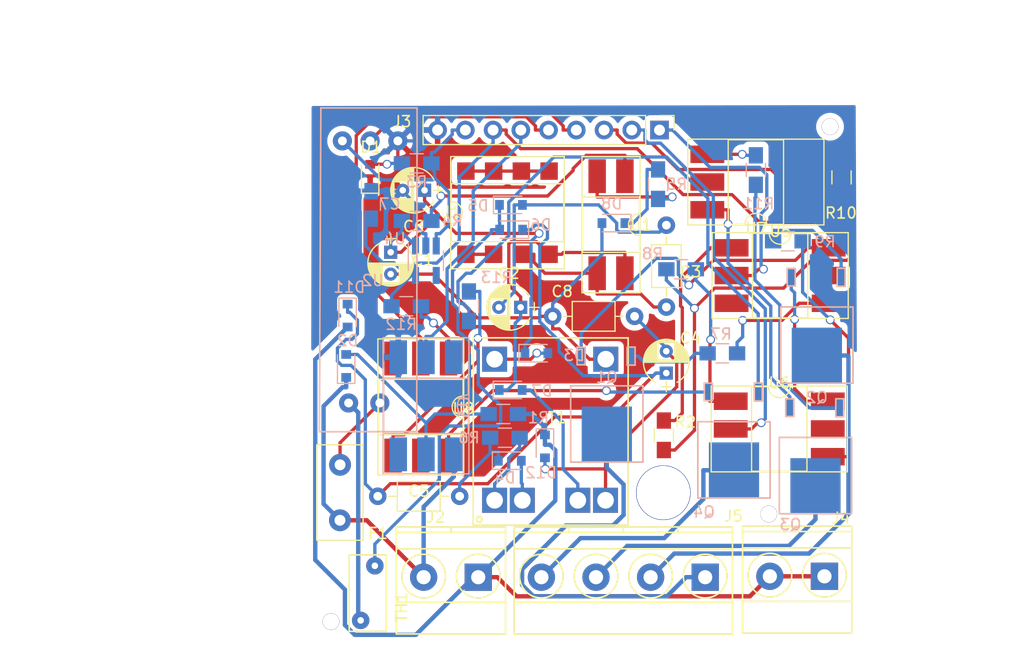
<source format=kicad_pcb>
(kicad_pcb (version 20171130) (host pcbnew 5.1.6-c6e7f7d~87~ubuntu18.04.1)
  (layers (0 F.Cu signal) (31 B.Cu signal) (34 B.Paste user) (35 F.Paste user) (36 B.SilkS user) (37 F.SilkS user) (38 B.Mask user) (39 F.Mask user) (44 Edge.Cuts user))
  (net 0 "")
  (net 1 "Net-(C3-Pad2)")
  (net 2 "Net-(C5-Pad2)")
  (net 3 /GND)
  (net 4 "Net-(D1-Pad2)")
  (net 5 "Net-(D2-Pad2)")
  (net 6 /Mains_Live_In)
  (net 7 "Net-(D3-Pad2)")
  (net 8 /5V)
  (net 9 "Net-(D4-Pad2)")
  (net 10 "Net-(D5-Pad1)")
  (net 11 "Net-(D7-Pad2)")
  (net 12 "Net-(D8-Pad1)")
  (net 13 /Mains_Neutral)
  (net 14 "Net-(F1-Pad2)")
  (net 15 "Net-(J1-Pad1)")
  (net 16 "Net-(J1-Pad5)")
  (net 17 /DSW2)
  (net 18 /DSW1)
  (net 19 /DSW3)
  (net 20 /DSW4)
  (net 21 /Energy_Sensor)
  (net 22 /Out2)
  (net 23 /Out1)
  (net 24 /Out3)
  (net 25 /Out4)
  (net 26 "Net-(Q1-Pad3)")
  (net 27 "Net-(Q1-Pad2)")
  (net 28 "Net-(Q2-Pad2)")
  (net 29 "Net-(Q2-Pad3)")
  (net 30 "Net-(Q3-Pad2)")
  (net 31 "Net-(Q3-Pad3)")
  (net 32 "Net-(Q4-Pad3)")
  (net 33 "Net-(Q4-Pad2)")
  (net 34 "Net-(R2-Pad1)")
  (net 35 /3.3V)
  (net 36 "Net-(R4-Pad1)")
  (net 37 "Net-(R5-Pad1)")
  (net 38 "Net-(R6-Pad1)")
  (net 39 "Net-(R7-Pad2)")
  (net 40 "Net-(R8-Pad1)")
  (net 41 "Net-(R9-Pad2)")
  (net 42 "Net-(R10-Pad1)")
  (net 43 "Net-(R11-Pad2)")
  (net 44 "Net-(R12-Pad1)")
  (net 45 "Net-(R13-Pad2)")
  (net 46 /Mains_Live_Out)
  (net 47 "Net-(U5-Pad3)")
  (net 48 "Net-(U5-Pad5)")
  (net 49 "Net-(U6-Pad5)")
  (net 50 "Net-(U6-Pad3)")
  (net 51 "Net-(U7-Pad3)")
  (net 52 "Net-(U7-Pad5)")
  (net 53 "Net-(U8-Pad5)")
  (net 54 "Net-(U8-Pad3)")
  (net 55 /Opto_In)
  (net 56 "Net-(U4-Pad4)")
  (net 57 "Net-(U3-Pad3)")
  (net 58 "Net-(U3-Pad6)")
  (net 59 "Net-(C1-Pad2)")
  (net 60 "Net-(C2-Pad2)")
  (net 61 "Net-(C4-Pad1)")
  (net 62 "Net-(C4-Pad2)")
  (net 63 "Net-(C2-Pad1)")
  (module Custom_Libraries:Antenna_space (layer F.Cu) (at 199.128 77.3608)
    (fp_text reference REF** hide)
    (fp_text value Space hide)
    (pad "" thru_hole circle (at 0 0) (size 5 5) (drill 4.9) (layers *.Cu *.Mask))
  )
  (module Capacitors_SMD:C_0805_HandSoldering (layer B.Cu) (at 172.375 51.0029 270)
    (fp_text reference C7 (at -0.08096 -1.70688 180) (layer B.SilkS) (effects (justify mirror)))
    (fp_text value 2.2uf hide)
    (pad 1 smd rect (at -1.25 0 270) (size 1.5 1.25) (layers B.Cu B.Paste B.Mask) (net 3 /GND))
    (pad 2 smd rect (at 1.25 0 270) (size 1.5 1.25) (layers B.Cu B.Paste B.Mask) (net 35 /3.3V))
  )
  (module Custom_Libraries:ACS712 (layer B.Cu) (at 171.008 51.6407 270)
    (fp_text reference U2 (at 6.28142 -1.51892 180) (layer B.SilkS) (effects (justify mirror)))
    (fp_text value ACS712 hide)
    (pad 1 thru_hole circle (at 17.5 0.7 270) (size 1.75 1.75) (drill 0.8128) (layers *.Cu *.Mask) (net 46 /Mains_Live_Out))
    (pad 2 thru_hole circle (at 17.5 -2.16 270) (size 1.75 1.75) (drill 0.8128) (layers *.Cu *.Mask) (net 14 "Net-(F1-Pad2)"))
    (pad 4 thru_hole circle (at -6.5 -1.27 270) (size 1.75 1.75) (drill 0.8128) (layers *.Cu *.Mask) (net 21 /Energy_Sensor))
    (pad 3 thru_hole circle (at -6.5 1.27 270) (size 1.75 1.75) (drill 0.8128) (layers *.Cu *.Mask) (net 8 /5V))
    (pad 5 thru_hole circle (at -6.5 -3.81 270) (size 1.75 1.75) (drill 0.8128) (layers *.Cu *.Mask) (net 3 /GND))
  )
  (module Capacitors_THT:CP_Radial_D4.0mm_P2.00mm (layer F.Cu) (at 174.16 55.339 270)
    (fp_text reference C1 (at 0.68834 -2.9718 180) (layer F.SilkS))
    (fp_text value 4.7uF/400V hide)
    (pad 1 thru_hole rect (at 0 0 270) (size 1.2 1.2) (drill 0.6) (layers *.Cu *.Mask) (net 8 /5V))
    (pad 2 thru_hole circle (at 2 0 270) (size 1.2 1.2) (drill 0.6) (layers *.Cu *.Mask) (net 59 "Net-(C1-Pad2)"))
  )
  (module Custom_Libraries:MountingHole1.5mm (layer F.Cu) (at 208.788 79.3064)
    (fp_text reference M2 hide)
    (fp_text value MountingHole_1.5mm hide)
    (pad "" thru_hole circle (at 0 0) (size 1.524 1.524) (drill 1.5) (layers *.Cu *.Mask))
  )
  (module Custom_Libraries:MountingHole1.5mm (layer F.Cu) (at 168.694 89.1591)
    (fp_text reference M3 hide)
    (fp_text value MountingHole_1.5mm hide)
    (pad "" thru_hole circle (at 0 0) (size 1.524 1.524) (drill 1.5) (layers *.Cu *.Mask))
  )
  (module Custom_Libraries:MountingHole1.5mm (layer F.Cu) (at 214.394 43.8404)
    (fp_text reference M1 hide)
    (fp_text value MountingHole_1.5mm hide)
    (pad "" thru_hole circle (at 0 0) (size 1.524 1.524) (drill 1.5) (layers *.Cu *.Mask))
  )
  (module Resistors_SMD:R_0805_HandSoldering (layer B.Cu) (at 204.534 64.5947)
    (fp_text reference R7 (at -0.1143 -1.76784) (layer B.SilkS) (effects (justify mirror)))
    (fp_text value 470E hide)
    (pad 1 smd rect (at -1.35 0) (size 1.5 1.3) (layers B.Cu B.Paste B.Mask) (net 26 "Net-(Q1-Pad3)"))
    (pad 2 smd rect (at 1.35 0) (size 1.5 1.3) (layers B.Cu B.Paste B.Mask) (net 39 "Net-(R7-Pad2)"))
  )
  (module Housings_DIP:DIP-4_W8.89mm_SMDSocket_LongPads (layer F.Cu) (at 194.34 52.8142 270)
    (fp_text reference U1 (at 0.03048 -2.75336 180) (layer F.SilkS))
    (fp_text value EL817 hide)
    (pad 1 smd rect (at -4.445 -1.27 270) (size 3.1 1.6) (layers F.Cu F.Paste F.Mask) (net 36 "Net-(R4-Pad1)"))
    (pad 3 smd rect (at 4.445 1.27 270) (size 3.1 1.6) (layers F.Cu F.Paste F.Mask) (net 1 "Net-(C3-Pad2)"))
    (pad 2 smd rect (at -4.445 1.27 270) (size 3.1 1.6) (layers F.Cu F.Paste F.Mask) (net 37 "Net-(R5-Pad1)"))
    (pad 4 smd rect (at 4.445 -1.27 270) (size 3.1 1.6) (layers F.Cu F.Paste F.Mask) (net 63 "Net-(C2-Pad1)"))
  )
  (module Capacitors_THT:CP_Radial_D4.0mm_P2.00mm (layer F.Cu) (at 177.264 49.6621 180)
    (fp_text reference C6 (at 1 -3.31) (layer F.SilkS))
    (fp_text value 470uF/10V hide)
    (pad 1 thru_hole rect (at 0 0 180) (size 1.2 1.2) (drill 0.6) (layers *.Cu *.Mask) (net 8 /5V))
    (pad 2 thru_hole circle (at 2 0 180) (size 1.2 1.2) (drill 0.6) (layers *.Cu *.Mask) (net 3 /GND))
  )
  (module Capacitors_THT:CP_Radial_D4.0mm_P2.00mm (layer F.Cu) (at 199.4 66.4007 90)
    (fp_text reference C4 (at 3.19786 2.22504 180) (layer F.SilkS))
    (fp_text value 4.7uF/400V hide)
    (pad 1 thru_hole rect (at 0 0 90) (size 1.2 1.2) (drill 0.6) (layers *.Cu *.Mask) (net 61 "Net-(C4-Pad1)"))
    (pad 2 thru_hole circle (at 2 0 90) (size 1.2 1.2) (drill 0.6) (layers *.Cu *.Mask) (net 62 "Net-(C4-Pad2)"))
  )
  (module Capacitors_THT:CP_Radial_D4.0mm_P2.00mm (layer F.Cu) (at 186.063 60.3834 180)
    (fp_text reference C2 (at 1.06934 3.1242) (layer F.SilkS))
    (fp_text value 1uF/63V hide)
    (pad 1 thru_hole rect (at 0 0 180) (size 1.2 1.2) (drill 0.6) (layers *.Cu *.Mask) (net 63 "Net-(C2-Pad1)"))
    (pad 2 thru_hole circle (at 2 0 180) (size 1.2 1.2) (drill 0.6) (layers *.Cu *.Mask) (net 60 "Net-(C2-Pad2)"))
  )
  (module Housings_DIP:DIP-8_W7.62mm_SMDSocket_SmallPads (layer F.Cu) (at 184.859 51.7144 90)
    (fp_text reference J1 (at 0.05334 -5.14604 180) (layer F.SilkS))
    (fp_text value AP8022 hide)
    (pad 1 smd rect (at -3.81 -3.81 90) (size 1.6 1.6) (layers F.Cu F.Paste F.Mask) (net 15 "Net-(J1-Pad1)"))
    (pad 5 smd rect (at 3.81 3.81 90) (size 1.6 1.6) (layers F.Cu F.Paste F.Mask) (net 16 "Net-(J1-Pad5)"))
    (pad 2 smd rect (at -3.81 -1.27 90) (size 1.6 1.6) (layers F.Cu F.Paste F.Mask) (net 15 "Net-(J1-Pad1)"))
    (pad 6 smd rect (at 3.81 1.27 90) (size 1.6 1.6) (layers F.Cu F.Paste F.Mask) (net 16 "Net-(J1-Pad5)"))
    (pad 3 smd rect (at -3.81 1.27 90) (size 1.6 1.6) (layers F.Cu F.Paste F.Mask) (net 1 "Net-(C3-Pad2)"))
    (pad 7 smd rect (at 3.81 -1.27 90) (size 1.6 1.6) (layers F.Cu F.Paste F.Mask) (net 16 "Net-(J1-Pad5)"))
    (pad 4 smd rect (at -3.81 3.81 90) (size 1.6 1.6) (layers F.Cu F.Paste F.Mask) (net 63 "Net-(C2-Pad1)"))
    (pad 8 smd rect (at 3.81 -3.81 90) (size 1.6 1.6) (layers F.Cu F.Paste F.Mask) (net 16 "Net-(J1-Pad5)"))
  )
  (module Fuse_Holders_and_Fuses:Fuse_TE5_Littlefuse-395Series (layer F.Cu) (at 169.515 79.883 90)
    (fp_text reference F1 (at -1.204 3.48444 180) (layer F.SilkS))
    (fp_text value Fuse_Small hide)
    (pad 1 thru_hole circle (at 0 0 90) (size 2 2) (drill 1) (layers *.Cu *.Mask) (net 6 /Mains_Live_In))
    (pad 2 thru_hole circle (at 5.08 0.01 90) (size 2 2) (drill 1) (layers *.Cu *.Mask) (net 14 "Net-(F1-Pad2)"))
  )
  (module Housings_DIP:DIP-6_W8.89mm_SMDSocket_LongPads (layer F.Cu) (at 176.92 69.5122 270)
    (fp_text reference U8 (at 0.13462 -3.9024 180) (layer F.SilkS))
    (fp_text value MOC3021 hide)
    (pad 1 smd rect (at -4.445 -2.54 270) (size 3.1 1.6) (layers F.Cu F.Paste F.Mask) (net 44 "Net-(R12-Pad1)"))
    (pad 4 smd rect (at 4.445 2.54 270) (size 3.1 1.6) (layers F.Cu F.Paste F.Mask) (net 45 "Net-(R13-Pad2)"))
    (pad 2 smd rect (at -4.445 0 270) (size 3.1 1.6) (layers F.Cu F.Paste F.Mask) (net 20 /DSW4))
    (pad 5 smd rect (at 4.445 0 270) (size 3.1 1.6) (layers F.Cu F.Paste F.Mask) (net 53 "Net-(U8-Pad5)"))
    (pad 3 smd rect (at -4.445 2.54 270) (size 3.1 1.6) (layers F.Cu F.Paste F.Mask) (net 54 "Net-(U8-Pad3)"))
    (pad 6 smd rect (at 4.445 -2.54 270) (size 3.1 1.6) (layers F.Cu F.Paste F.Mask) (net 33 "Net-(Q4-Pad2)"))
  )
  (module Housings_DIP:DIP-6_W8.89mm_SMDSocket_LongPads (layer F.Cu) (at 207.604 48.9077 180)
    (fp_text reference U7 (at -0.04318 -4.2545) (layer F.SilkS))
    (fp_text value MOC3021 hide)
    (pad 1 smd rect (at -4.445 -2.54 180) (size 3.1 1.6) (layers F.Cu F.Paste F.Mask) (net 42 "Net-(R10-Pad1)"))
    (pad 4 smd rect (at 4.445 2.54 180) (size 3.1 1.6) (layers F.Cu F.Paste F.Mask) (net 43 "Net-(R11-Pad2)"))
    (pad 2 smd rect (at -4.445 0 180) (size 3.1 1.6) (layers F.Cu F.Paste F.Mask) (net 19 /DSW3))
    (pad 5 smd rect (at 4.445 0 180) (size 3.1 1.6) (layers F.Cu F.Paste F.Mask) (net 52 "Net-(U7-Pad5)"))
    (pad 3 smd rect (at -4.445 2.54 180) (size 3.1 1.6) (layers F.Cu F.Paste F.Mask) (net 51 "Net-(U7-Pad3)"))
    (pad 6 smd rect (at 4.445 -2.54 180) (size 3.1 1.6) (layers F.Cu F.Paste F.Mask) (net 30 "Net-(Q3-Pad2)"))
  )
  (module Housings_DIP:DIP-6_W8.89mm_SMDSocket_LongPads (layer F.Cu) (at 209.746 71.5188)
    (fp_text reference U6 (at 0.01778 -4.20878) (layer F.SilkS))
    (fp_text value MOC3021 hide)
    (pad 1 smd rect (at -4.445 -2.54) (size 3.1 1.6) (layers F.Cu F.Paste F.Mask) (net 40 "Net-(R8-Pad1)"))
    (pad 4 smd rect (at 4.445 2.54) (size 3.1 1.6) (layers F.Cu F.Paste F.Mask) (net 41 "Net-(R9-Pad2)"))
    (pad 2 smd rect (at -4.445 0) (size 3.1 1.6) (layers F.Cu F.Paste F.Mask) (net 17 /DSW2))
    (pad 5 smd rect (at 4.445 0) (size 3.1 1.6) (layers F.Cu F.Paste F.Mask) (net 49 "Net-(U6-Pad5)"))
    (pad 3 smd rect (at -4.445 2.54) (size 3.1 1.6) (layers F.Cu F.Paste F.Mask) (net 50 "Net-(U6-Pad3)"))
    (pad 6 smd rect (at 4.445 -2.54) (size 3.1 1.6) (layers F.Cu F.Paste F.Mask) (net 28 "Net-(Q2-Pad2)"))
  )
  (module Housings_DIP:DIP-6_W8.89mm_SMDSocket_LongPads (layer F.Cu) (at 209.827 57.47)
    (fp_text reference U5 (at 0.02794 -4.04876) (layer F.SilkS))
    (fp_text value MOC3021 hide)
    (pad 1 smd rect (at -4.445 -2.54) (size 3.1 1.6) (layers F.Cu F.Paste F.Mask) (net 34 "Net-(R2-Pad1)"))
    (pad 4 smd rect (at 4.445 2.54) (size 3.1 1.6) (layers F.Cu F.Paste F.Mask) (net 39 "Net-(R7-Pad2)"))
    (pad 2 smd rect (at -4.445 0) (size 3.1 1.6) (layers F.Cu F.Paste F.Mask) (net 18 /DSW1))
    (pad 5 smd rect (at 4.445 0) (size 3.1 1.6) (layers F.Cu F.Paste F.Mask) (net 48 "Net-(U5-Pad5)"))
    (pad 3 smd rect (at -4.445 2.54) (size 3.1 1.6) (layers F.Cu F.Paste F.Mask) (net 47 "Net-(U5-Pad3)"))
    (pad 6 smd rect (at 4.445 -2.54) (size 3.1 1.6) (layers F.Cu F.Paste F.Mask) (net 27 "Net-(Q1-Pad2)"))
  )
  (module Housings_DIP:DIP-6_W8.89mm_SMDSocket_LongPads (layer B.Cu) (at 177.396 69.3954 90)
    (fp_text reference U3 (at -0.09394 3.47974 270) (layer B.SilkS) (effects (justify mirror)))
    (fp_text value 4N35 hide)
    (pad 1 smd rect (at -4.445 2.54 90) (size 3.1 1.6) (layers B.Cu B.Paste B.Mask) (net 6 /Mains_Live_In))
    (pad 4 smd rect (at 4.445 -2.54 90) (size 3.1 1.6) (layers B.Cu B.Paste B.Mask) (net 3 /GND))
    (pad 2 smd rect (at -4.445 0 90) (size 3.1 1.6) (layers B.Cu B.Paste B.Mask) (net 5 "Net-(D2-Pad2)"))
    (pad 5 smd rect (at 4.445 0 90) (size 3.1 1.6) (layers B.Cu B.Paste B.Mask) (net 55 /Opto_In))
    (pad 3 smd rect (at -4.445 -2.54 90) (size 3.1 1.6) (layers B.Cu B.Paste B.Mask) (net 57 "Net-(U3-Pad3)"))
    (pad 6 smd rect (at 4.445 2.54 90) (size 3.1 1.6) (layers B.Cu B.Paste B.Mask) (net 58 "Net-(U3-Pad6)"))
  )
  (module TO_SOT_Packages_SMD:SOT-23-5_HandSoldering (layer B.Cu) (at 177.383 56.1111 270)
    (fp_text reference U4 (at -2.02184 2.84734 180) (layer B.SilkS) (effects (justify mirror)))
    (fp_text value AP2112K-3.3 hide)
    (pad 1 smd rect (at -1.35 0.95 270) (size 1.56 0.65) (layers B.Cu B.Paste B.Mask) (net 8 /5V))
    (pad 2 smd rect (at -1.35 0 270) (size 1.56 0.65) (layers B.Cu B.Paste B.Mask) (net 3 /GND))
    (pad 3 smd rect (at -1.35 -0.95 270) (size 1.56 0.65) (layers B.Cu B.Paste B.Mask) (net 8 /5V))
    (pad 4 smd rect (at 1.35 -0.95 270) (size 1.56 0.65) (layers B.Cu B.Paste B.Mask) (net 56 "Net-(U4-Pad4)"))
    (pad 5 smd rect (at 1.35 0.95 270) (size 1.56 0.65) (layers B.Cu B.Paste B.Mask) (net 35 /3.3V))
  )
  (module Pin_Headers:Pin_Header_Straight_1x09_Pitch2.54mm (layer F.Cu) (at 198.78 44.1452 270)
    (fp_text reference J3 (at -0.7747 23.58644 180) (layer F.SilkS))
    (fp_text value Conn_01x09_Female hide)
    (pad 1 thru_hole rect (at 0 0 270) (size 1.7 1.7) (drill 1) (layers *.Cu *.Mask) (net 18 /DSW1))
    (pad 2 thru_hole oval (at 0 2.54 270) (size 1.7 1.7) (drill 1) (layers *.Cu *.Mask) (net 17 /DSW2))
    (pad 3 thru_hole oval (at 0 5.08 270) (size 1.7 1.7) (drill 1) (layers *.Cu *.Mask) (net 19 /DSW3))
    (pad 4 thru_hole oval (at 0 7.62 270) (size 1.7 1.7) (drill 1) (layers *.Cu *.Mask) (net 20 /DSW4))
    (pad 5 thru_hole oval (at 0 10.16 270) (size 1.7 1.7) (drill 1) (layers *.Cu *.Mask) (net 21 /Energy_Sensor))
    (pad 6 thru_hole oval (at 0 12.7 270) (size 1.7 1.7) (drill 1) (layers *.Cu *.Mask) (net 55 /Opto_In))
    (pad 7 thru_hole oval (at 0 15.24 270) (size 1.7 1.7) (drill 1) (layers *.Cu *.Mask) (net 35 /3.3V))
    (pad 8 thru_hole oval (at 0 17.78 270) (size 1.7 1.7) (drill 1) (layers *.Cu *.Mask) (net 8 /5V))
    (pad 9 thru_hole oval (at 0 20.32 270) (size 1.7 1.7) (drill 1) (layers *.Cu *.Mask) (net 3 /GND))
  )
  (module Capacitors_THT:C_Axial_L3.8mm_D2.6mm_P7.50mm_Horizontal (layer F.Cu) (at 199.41 52.8574 270)
    (fp_text reference C3 (at 4.26974 -2.2225 180) (layer F.SilkS))
    (fp_text value 47nf hide)
    (pad 1 thru_hole circle (at 0 0 270) (size 1.6 1.6) (drill 0.8) (layers *.Cu *.Mask) (net 60 "Net-(C2-Pad2)"))
    (pad 2 thru_hole oval (at 7.5 0 270) (size 1.6 1.6) (drill 0.8) (layers *.Cu *.Mask) (net 1 "Net-(C3-Pad2)"))
  )
  (module Capacitors_THT:C_Axial_L3.8mm_D2.6mm_P7.50mm_Horizontal (layer F.Cu) (at 172.979 77.6834)
    (fp_text reference C5 (at 3.76936 -0.46986) (layer F.SilkS))
    (fp_text value "2A222J / 2.2nF" hide)
    (pad 2 thru_hole oval (at 7.5 0) (size 1.6 1.6) (drill 0.8) (layers *.Cu *.Mask) (net 2 "Net-(C5-Pad2)"))
    (pad 1 thru_hole circle (at 0 0) (size 1.6 1.6) (drill 0.8) (layers *.Cu *.Mask) (net 61 "Net-(C4-Pad1)"))
  )
  (module Capacitors_THT:C_Axial_L3.8mm_D2.6mm_P7.50mm_Horizontal (layer F.Cu) (at 196.497 61.2064 180)
    (fp_text reference C8 (at 6.63454 2.27586) (layer F.SilkS))
    (fp_text value "2A222J / 2.2nF" hide)
    (pad 2 thru_hole oval (at 7.5 0 180) (size 1.6 1.6) (drill 0.8) (layers *.Cu *.Mask) (net 59 "Net-(C1-Pad2)"))
    (pad 1 thru_hole circle (at 0 0 180) (size 1.6 1.6) (drill 0.8) (layers *.Cu *.Mask) (net 62 "Net-(C4-Pad2)"))
  )
  (module Diodes_SMD:D_0805 (layer F.Cu) (at 172.281 48.3337 90)
    (fp_text reference D1 (at 2.6162 0.07874 180) (layer F.SilkS))
    (fp_text value LED1 hide)
    (pad 1 smd rect (at -1.05 0 90) (size 0.8 0.9) (layers F.Cu F.Paste F.Mask) (net 3 /GND))
    (pad 2 smd rect (at 1.05 0 90) (size 0.8 0.9) (layers F.Cu F.Paste F.Mask) (net 4 "Net-(D1-Pad2)"))
  )
  (module Diodes_SMD:D_0805 (layer B.Cu) (at 170.086 65.7479 90)
    (fp_text reference D2 (at 2.3114 0.13462 180) (layer B.SilkS) (effects (justify mirror)))
    (fp_text value IN4148 hide)
    (pad 2 smd rect (at 1.05 0 90) (size 0.8 0.9) (layers B.Cu B.Paste B.Mask) (net 5 "Net-(D2-Pad2)"))
    (pad 1 smd rect (at -1.05 0 90) (size 0.8 0.9) (layers B.Cu B.Paste B.Mask) (net 6 /Mains_Live_In))
  )
  (module Diodes_SMD:D_0805 (layer B.Cu) (at 187.505 64.582)
    (fp_text reference D3 (at 3.45186 0.19812) (layer B.SilkS) (effects (justify mirror)))
    (fp_text value SR360 hide)
    (pad 2 smd rect (at 1.05 0) (size 0.8 0.9) (layers B.Cu B.Paste B.Mask) (net 7 "Net-(D3-Pad2)"))
    (pad 1 smd rect (at -1.05 0) (size 0.8 0.9) (layers B.Cu B.Paste B.Mask) (net 8 /5V))
  )
  (module Diodes_SMD:D_0805 (layer B.Cu) (at 185.075 74.4296)
    (fp_text reference D4 (at -0.45466 1.5621) (layer B.SilkS) (effects (justify mirror)))
    (fp_text value FR107 hide)
    (pad 2 smd rect (at 1.05 0) (size 0.8 0.9) (layers B.Cu B.Paste B.Mask) (net 9 "Net-(D4-Pad2)"))
    (pad 1 smd rect (at -1.05 0) (size 0.8 0.9) (layers B.Cu B.Paste B.Mask) (net 2 "Net-(C5-Pad2)"))
  )
  (module Diodes_SMD:D_0805 (layer B.Cu) (at 185.176 51.0007)
    (fp_text reference D5 (at -3.02006 0.0762) (layer B.SilkS) (effects (justify mirror)))
    (fp_text value IN4007 hide)
    (pad 1 smd rect (at -1.05 0) (size 0.8 0.9) (layers B.Cu B.Paste B.Mask) (net 10 "Net-(D5-Pad1)"))
    (pad 2 smd rect (at 1.05 0) (size 0.8 0.9) (layers B.Cu B.Paste B.Mask) (net 60 "Net-(C2-Pad2)"))
  )
  (module Diodes_SMD:D_0805 (layer B.Cu) (at 185.191 53.2689 180)
    (fp_text reference D6 (at -2.72034 0.4445) (layer B.SilkS) (effects (justify mirror)))
    (fp_text value IN4007 hide)
    (pad 1 smd rect (at -1.05 0 180) (size 0.8 0.9) (layers B.Cu B.Paste B.Mask) (net 61 "Net-(C4-Pad1)"))
    (pad 2 smd rect (at 1.05 0 180) (size 0.8 0.9) (layers B.Cu B.Paste B.Mask) (net 10 "Net-(D5-Pad1)"))
  )
  (module Diodes_SMD:D_0805 (layer B.Cu) (at 185.152 67.9501)
    (fp_text reference D7 (at 2.85242 0.07874) (layer B.SilkS) (effects (justify mirror)))
    (fp_text value IN4148 hide)
    (pad 2 smd rect (at 1.05 0) (size 0.8 0.9) (layers B.Cu B.Paste B.Mask) (net 11 "Net-(D7-Pad2)"))
    (pad 1 smd rect (at -1.05 0) (size 0.8 0.9) (layers B.Cu B.Paste B.Mask) (net 63 "Net-(C2-Pad1)"))
  )
  (module Diodes_SMD:D_0805 (layer B.Cu) (at 194.559 52.6669 180)
    (fp_text reference D8 (at 0.161 1.77292) (layer B.SilkS) (effects (justify mirror)))
    (fp_text value "PH C4V3" hide)
    (pad 1 smd rect (at -1.05 0 180) (size 0.8 0.9) (layers B.Cu B.Paste B.Mask) (net 12 "Net-(D8-Pad1)"))
    (pad 2 smd rect (at 1.05 0 180) (size 0.8 0.9) (layers B.Cu B.Paste B.Mask) (net 59 "Net-(C1-Pad2)"))
  )
  (module Diodes_SMD:D_0805 (layer B.Cu) (at 170.216 61.1353 270)
    (fp_text reference D11 (at -2.60604 -0.15494 180) (layer B.SilkS) (effects (justify mirror)))
    (fp_text value IN4007 hide)
    (pad 2 smd rect (at 1.05 0 270) (size 0.8 0.9) (layers B.Cu B.Paste B.Mask) (net 13 /Mains_Neutral))
    (pad 1 smd rect (at -1.05 0 270) (size 0.8 0.9) (layers B.Cu B.Paste B.Mask) (net 61 "Net-(C4-Pad1)"))
  )
  (module Diodes_SMD:D_0805 (layer B.Cu) (at 188.288 73.1114 270)
    (fp_text reference D12 (at 2.41554 0.35814 180) (layer B.SilkS) (effects (justify mirror)))
    (fp_text value IN4007 hide)
    (pad 1 smd rect (at -1.05 0 270) (size 0.8 0.9) (layers B.Cu B.Paste B.Mask) (net 13 /Mains_Neutral))
    (pad 2 smd rect (at 1.05 0 270) (size 0.8 0.9) (layers B.Cu B.Paste B.Mask) (net 62 "Net-(C4-Pad2)"))
  )
  (module TerminalBlocks_Phoenix:TerminalBlock_Phoenix_MKDS1.5-2pol (layer F.Cu) (at 182.179 85.0951 180)
    (fp_text reference J2 (at 3.88576 5.50162) (layer F.SilkS))
    (fp_text value Screw_Terminal_01x02 hide)
    (pad 2 thru_hole circle (at 5 0 180) (size 2.5 2.5) (drill 1.3) (layers *.Cu *.Mask) (net 6 /Mains_Live_In))
    (pad 1 thru_hole rect (at 0 0 180) (size 2.5 2.5) (drill 1.3) (layers *.Cu *.Mask) (net 13 /Mains_Neutral))
  )
  (module TerminalBlocks_Phoenix:TerminalBlock_Phoenix_MKDS1.5-2pol (layer F.Cu) (at 213.886 85.0138 180)
    (fp_text reference J4 (at -1.50876 5.334) (layer F.SilkS))
    (fp_text value Screw_Terminal_01x02 hide)
    (pad 1 thru_hole rect (at 0 0 180) (size 2.5 2.5) (drill 1.3) (layers *.Cu *.Mask) (net 13 /Mains_Neutral))
    (pad 2 thru_hole circle (at 5 0 180) (size 2.5 2.5) (drill 1.3) (layers *.Cu *.Mask) (net 13 /Mains_Neutral))
  )
  (module TerminalBlocks_Phoenix:TerminalBlock_Phoenix_MKDS1.5-4pol (layer F.Cu) (at 202.964 85.0951 180)
    (fp_text reference J5 (at -2.59588 5.58546) (layer F.SilkS))
    (fp_text value Screw_Terminal_01x04 hide)
    (pad 2 thru_hole circle (at 5 0 180) (size 2.5 2.5) (drill 1.3) (layers *.Cu *.Mask) (net 22 /Out2))
    (pad 1 thru_hole rect (at 0 0 180) (size 2.5 2.5) (drill 1.3) (layers *.Cu *.Mask) (net 23 /Out1))
    (pad 3 thru_hole circle (at 10 0 180) (size 2.5 2.5) (drill 1.3) (layers *.Cu *.Mask) (net 24 /Out3))
    (pad 4 thru_hole circle (at 15 0 180) (size 2.5 2.5) (drill 1.3) (layers *.Cu *.Mask) (net 25 /Out4))
  )
  (module Custom_Libraries:BT136S (layer B.Cu) (at 193.894 71.0941)
    (fp_text reference Q1 (at 0.05746 -4.30732) (layer B.SilkS) (effects (justify mirror)))
    (fp_text value BT136-500 hide)
    (pad 3 smd rect (at 2.28 -6.24) (size 0.6 1.5) (layers B.Cu B.Paste B.Mask) (net 26 "Net-(Q1-Pad3)"))
    (pad 2 smd rect (at -2.29 -6.24) (size 0.6 1.5) (layers B.Cu B.Paste B.Mask) (net 27 "Net-(Q1-Pad2)"))
    (pad 1 smd rect (at 0.06 0.92) (size 4.6 5.1) (layers B.Cu B.Paste B.Mask) (net 23 /Out1))
  )
  (module Custom_Libraries:BT136S (layer B.Cu) (at 213.131 63.8734)
    (fp_text reference Q2 (at 0.06 4.77) (layer B.SilkS) (effects (justify mirror)))
    (fp_text value BT136-500 hide)
    (pad 1 smd rect (at 0.06 0.92) (size 4.6 5.1) (layers B.Cu B.Paste B.Mask) (net 22 /Out2))
    (pad 2 smd rect (at -2.29 -6.24) (size 0.6 1.5) (layers B.Cu B.Paste B.Mask) (net 28 "Net-(Q2-Pad2)"))
    (pad 3 smd rect (at 2.28 -6.24) (size 0.6 1.5) (layers B.Cu B.Paste B.Mask) (net 29 "Net-(Q2-Pad3)"))
  )
  (module Custom_Libraries:BT136S (layer B.Cu) (at 213.003 75.8236)
    (fp_text reference Q3 (at -2.22872 4.44548) (layer B.SilkS) (effects (justify mirror)))
    (fp_text value BT136-500 hide)
    (pad 1 smd rect (at 0.06 0.92) (size 4.6 5.1) (layers B.Cu B.Paste B.Mask) (net 24 /Out3))
    (pad 2 smd rect (at -2.29 -6.24) (size 0.6 1.5) (layers B.Cu B.Paste B.Mask) (net 30 "Net-(Q3-Pad2)"))
    (pad 3 smd rect (at 2.28 -6.24) (size 0.6 1.5) (layers B.Cu B.Paste B.Mask) (net 31 "Net-(Q3-Pad3)"))
  )
  (module Custom_Libraries:BT136S (layer B.Cu) (at 205.54 74.3808)
    (fp_text reference Q4 (at -2.68574 4.74524) (layer B.SilkS) (effects (justify mirror)))
    (fp_text value BT136-500 hide)
    (pad 3 smd rect (at 2.28 -6.24) (size 0.6 1.5) (layers B.Cu B.Paste B.Mask) (net 32 "Net-(Q4-Pad3)"))
    (pad 2 smd rect (at -2.29 -6.24) (size 0.6 1.5) (layers B.Cu B.Paste B.Mask) (net 33 "Net-(Q4-Pad2)"))
    (pad 1 smd rect (at 0.06 0.92) (size 4.6 5.1) (layers B.Cu B.Paste B.Mask) (net 25 /Out4))
  )
  (module Resistors_SMD:R_0805_HandSoldering (layer B.Cu) (at 184.479 70.1497)
    (fp_text reference R1 (at 3.2143 0.34292) (layer B.SilkS) (effects (justify mirror)))
    (fp_text value 220K hide)
    (pad 2 smd rect (at 1.35 0) (size 1.5 1.3) (layers B.Cu B.Paste B.Mask) (net 13 /Mains_Neutral))
    (pad 1 smd rect (at -1.35 0) (size 1.5 1.3) (layers B.Cu B.Paste B.Mask) (net 5 "Net-(D2-Pad2)"))
  )
  (module Resistors_SMD:R_0805_HandSoldering (layer F.Cu) (at 199.179 72.0979 270)
    (fp_text reference R2 (at -1.21158 -1.97612 180) (layer F.SilkS))
    (fp_text value 100E hide)
    (pad 1 smd rect (at -1.35 0 270) (size 1.5 1.3) (layers F.Cu F.Paste F.Mask) (net 34 "Net-(R2-Pad1)"))
    (pad 2 smd rect (at 1.35 0 270) (size 1.5 1.3) (layers F.Cu F.Paste F.Mask) (net 35 /3.3V))
  )
  (module Resistors_SMD:R_0805_HandSoldering (layer B.Cu) (at 176.54 47.1983)
    (fp_text reference R3 (at 0 1.7) (layer B.SilkS) (effects (justify mirror)))
    (fp_text value 2.2K hide)
    (pad 1 smd rect (at -1.35 0) (size 1.5 1.3) (layers B.Cu B.Paste B.Mask) (net 4 "Net-(D1-Pad2)"))
    (pad 2 smd rect (at 1.35 0) (size 1.5 1.3) (layers B.Cu B.Paste B.Mask) (net 8 /5V))
  )
  (module Resistors_SMD:R_0805_HandSoldering (layer B.Cu) (at 176.538 52.4688 180)
    (fp_text reference R4 (at -3.2512 0.04064) (layer B.SilkS) (effects (justify mirror)))
    (fp_text value "330 R" hide)
    (pad 1 smd rect (at -1.35 0 180) (size 1.5 1.3) (layers B.Cu B.Paste B.Mask) (net 36 "Net-(R4-Pad1)"))
    (pad 2 smd rect (at 1.35 0 180) (size 1.5 1.3) (layers B.Cu B.Paste B.Mask) (net 8 /5V))
  )
  (module Resistors_SMD:R_0805_HandSoldering (layer B.Cu) (at 198.646 49.1033 90)
    (fp_text reference R5 (at 0 1.7 180) (layer B.SilkS) (effects (justify mirror)))
    (fp_text value "330 R" hide)
    (pad 2 smd rect (at 1.35 0 90) (size 1.5 1.3) (layers B.Cu B.Paste B.Mask) (net 12 "Net-(D8-Pad1)"))
    (pad 1 smd rect (at -1.35 0 90) (size 1.5 1.3) (layers B.Cu B.Paste B.Mask) (net 37 "Net-(R5-Pad1)"))
  )
  (module Resistors_SMD:R_0805_HandSoldering (layer B.Cu) (at 184.62 72.3214 180)
    (fp_text reference R6 (at 3.28676 0) (layer B.SilkS) (effects (justify mirror)))
    (fp_text value 100K hide)
    (pad 2 smd rect (at 1.35 0 180) (size 1.5 1.3) (layers B.Cu B.Paste B.Mask) (net 2 "Net-(C5-Pad2)"))
    (pad 1 smd rect (at -1.35 0 180) (size 1.5 1.3) (layers B.Cu B.Paste B.Mask) (net 38 "Net-(R6-Pad1)"))
  )
  (module Resistors_SMD:R_0805_HandSoldering (layer B.Cu) (at 200.759 56.896 180)
    (fp_text reference R8 (at 2.62382 1.42494) (layer B.SilkS) (effects (justify mirror)))
    (fp_text value 100E hide)
    (pad 2 smd rect (at 1.35 0 180) (size 1.5 1.3) (layers B.Cu B.Paste B.Mask) (net 35 /3.3V))
    (pad 1 smd rect (at -1.35 0 180) (size 1.5 1.3) (layers B.Cu B.Paste B.Mask) (net 40 "Net-(R8-Pad1)"))
  )
  (module Resistors_SMD:R_0805_HandSoldering (layer B.Cu) (at 210.534 54.3357)
    (fp_text reference R9 (at 3.39852 0.03302) (layer B.SilkS) (effects (justify mirror)))
    (fp_text value 470E hide)
    (pad 1 smd rect (at -1.35 0) (size 1.5 1.3) (layers B.Cu B.Paste B.Mask) (net 29 "Net-(Q2-Pad3)"))
    (pad 2 smd rect (at 1.35 0) (size 1.5 1.3) (layers B.Cu B.Paste B.Mask) (net 41 "Net-(R9-Pad2)"))
  )
  (module Resistors_SMD:R_0805_HandSoldering (layer F.Cu) (at 215.45 48.4835 270)
    (fp_text reference R10 (at 3.25882 0.05588 180) (layer F.SilkS))
    (fp_text value 100E hide)
    (pad 2 smd rect (at 1.35 0 270) (size 1.5 1.3) (layers F.Cu F.Paste F.Mask) (net 35 /3.3V))
    (pad 1 smd rect (at -1.35 0 270) (size 1.5 1.3) (layers F.Cu F.Paste F.Mask) (net 42 "Net-(R10-Pad1)"))
  )
  (module Resistors_SMD:R_0805_HandSoldering (layer B.Cu) (at 207.604 47.8117 90)
    (fp_text reference R11 (at -3.07594 0.23876 180) (layer B.SilkS) (effects (justify mirror)))
    (fp_text value 470E hide)
    (pad 1 smd rect (at -1.35 0 90) (size 1.5 1.3) (layers B.Cu B.Paste B.Mask) (net 31 "Net-(Q3-Pad3)"))
    (pad 2 smd rect (at 1.35 0 90) (size 1.5 1.3) (layers B.Cu B.Paste B.Mask) (net 43 "Net-(R11-Pad2)"))
  )
  (module Resistors_SMD:R_0805_HandSoldering (layer B.Cu) (at 175.588 60.2793 180)
    (fp_text reference R12 (at 0.46644 -1.65862) (layer B.SilkS) (effects (justify mirror)))
    (fp_text value 100E hide)
    (pad 2 smd rect (at 1.35 0 180) (size 1.5 1.3) (layers B.Cu B.Paste B.Mask) (net 35 /3.3V))
    (pad 1 smd rect (at -1.35 0 180) (size 1.5 1.3) (layers B.Cu B.Paste B.Mask) (net 44 "Net-(R12-Pad1)"))
  )
  (module Resistors_SMD:R_0805_HandSoldering (layer B.Cu) (at 181.326 60.278 90)
    (fp_text reference R13 (at 2.6416 2.53238 180) (layer B.SilkS) (effects (justify mirror)))
    (fp_text value 470E hide)
    (pad 1 smd rect (at -1.35 0 90) (size 1.5 1.3) (layers B.Cu B.Paste B.Mask) (net 32 "Net-(Q4-Pad3)"))
    (pad 2 smd rect (at 1.35 0 90) (size 1.5 1.3) (layers B.Cu B.Paste B.Mask) (net 45 "Net-(R13-Pad2)"))
  )
  (module Custom_Libraries:Transformer (layer F.Cu) (at 191.298 70.4317 90)
    (fp_text reference T1 (at -0.06096 -1.89738 180) (layer F.SilkS))
    (fp_text value F12-090 hide)
    (pad 5 thru_hole rect (at 5.3 2.56 90) (size 2.286 2.286) (drill 1.524) (layers *.Cu *.Mask) (net 59 "Net-(C1-Pad2)"))
    (pad 6 thru_hole rect (at 5.3 -7.62 90) (size 2.286 2.286) (drill 1.524) (layers *.Cu *.Mask) (net 7 "Net-(D3-Pad2)"))
    (pad 4 thru_hole rect (at -7.62 2.54 90) (size 2.286 2.286) (drill 1.524) (layers *.Cu *.Mask) (net 62 "Net-(C4-Pad2)"))
    (pad 3 thru_hole rect (at -7.62 0 90) (size 2.286 2.286) (drill 1.524) (layers *.Cu *.Mask) (net 11 "Net-(D7-Pad2)"))
    (pad 2 thru_hole rect (at -7.62 -5.08 90) (size 2.286 2.286) (drill 1.524) (layers *.Cu *.Mask) (net 9 "Net-(D4-Pad2)"))
    (pad 1 thru_hole rect (at -7.62 -7.62 90) (size 2.286 2.286) (drill 1.524) (layers *.Cu *.Mask) (net 38 "Net-(R6-Pad1)"))
  )
  (module Varistors:RV_Disc_D7_W3.4_P5 (layer F.Cu) (at 172.712 84.0511 270)
    (fp_text reference TH1 (at 3.78968 -2.43586 90) (layer F.SilkS))
    (fp_text value NTC hide)
    (pad 2 thru_hole circle (at 5 1.3 270) (size 1.6 1.6) (drill 0.6) (layers *.Cu *.Mask) (net 46 /Mains_Live_Out))
    (pad 1 thru_hole circle (at 0 0 270) (size 1.6 1.6) (drill 0.6) (layers *.Cu *.Mask) (net 10 "Net-(D5-Pad1)"))
  )
  (segment (start 186.129 55.5244) (end 187.2793 55.5244) (width 0.3) (layer F.Cu) (net 1))
  (segment (start 187.2793 55.5244) (end 187.2793 56.2433) (width 0.3) (layer F.Cu) (net 1))
  (segment (start 187.2793 56.2433) (end 188.2952 57.2592) (width 0.3) (layer F.Cu) (net 1))
  (segment (start 188.2952 57.2592) (end 193.07 57.2592) (width 0.3) (layer F.Cu) (net 1))
  (segment (start 193.07 57.2592) (end 193.07 59.1595) (width 0.3) (layer F.Cu) (net 1))
  (segment (start 199.41 60.3574) (end 198.2597 60.3574) (width 0.3) (layer F.Cu) (net 1))
  (segment (start 198.2597 60.3574) (end 197.0618 59.1595) (width 0.3) (layer F.Cu) (net 1))
  (segment (start 197.0618 59.1595) (end 193.07 59.1595) (width 0.3) (layer F.Cu) (net 1))
  (segment (start 183.27 73.6293) (end 183.27 73.7421) (width 0.3) (layer B.Cu) (net 2))
  (segment (start 183.27 73.7421) (end 180.479 76.5331) (width 0.3) (layer B.Cu) (net 2))
  (segment (start 183.27 72.8215) (end 183.27 73.6293) (width 0.3) (layer B.Cu) (net 2))
  (segment (start 183.27 73.6293) (end 184.025 73.6293) (width 0.3) (layer B.Cu) (net 2))
  (segment (start 180.479 77.6834) (end 180.479 76.5331) (width 0.3) (layer B.Cu) (net 2))
  (segment (start 183.27 72.3214) (end 183.27 72.8215) (width 0.3) (layer B.Cu) (net 2))
  (segment (start 184.025 74.4296) (end 184.025 73.6293) (width 0.3) (layer B.Cu) (net 2))
  (segment (start 172.375 49.7529) (end 171.3997 49.7529) (width 0.3) (layer B.Cu) (net 3))
  (segment (start 174.856 64.9504) (end 174.856 63.0501) (width 0.3) (layer B.Cu) (net 3))
  (segment (start 174.856 63.0501) (end 171.3731 59.5672) (width 0.3) (layer B.Cu) (net 3))
  (segment (start 171.3731 59.5672) (end 171.3731 49.7795) (width 0.3) (layer B.Cu) (net 3))
  (segment (start 171.3731 49.7795) (end 171.3997 49.7529) (width 0.3) (layer B.Cu) (net 3))
  (segment (start 172.375 49.7529) (end 173.3503 49.7529) (width 0.3) (layer B.Cu) (net 3))
  (segment (start 178.46 44.1452) (end 177.2597 44.1452) (width 0.3) (layer B.Cu) (net 3))
  (segment (start 174.818 45.1407) (end 176.2642 45.1407) (width 0.3) (layer B.Cu) (net 3))
  (segment (start 176.2642 45.1407) (end 177.2597 44.1452) (width 0.3) (layer B.Cu) (net 3))
  (segment (start 174.818 49.3837) (end 174.818 45.1407) (width 0.3) (layer F.Cu) (net 3))
  (segment (start 175.264 49.6621) (end 175.0964 49.6621) (width 0.3) (layer F.Cu) (net 3))
  (segment (start 175.0964 49.6621) (end 174.818 49.3837) (width 0.3) (layer F.Cu) (net 3))
  (segment (start 173.0813 49.3837) (end 174.818 49.3837) (width 0.3) (layer F.Cu) (net 3))
  (segment (start 172.281 49.3837) (end 173.0813 49.3837) (width 0.3) (layer F.Cu) (net 3))
  (segment (start 175.264 49.7529) (end 175.264 49.6621) (width 0.3) (layer B.Cu) (net 3))
  (segment (start 177.383 53.6308) (end 177.1323 53.6308) (width 0.3) (layer B.Cu) (net 3))
  (segment (start 177.1323 53.6308) (end 176.3136 52.8121) (width 0.3) (layer B.Cu) (net 3))
  (segment (start 176.3136 52.8121) (end 176.3136 50.8025) (width 0.3) (layer B.Cu) (net 3))
  (segment (start 176.3136 50.8025) (end 175.264 49.7529) (width 0.3) (layer B.Cu) (net 3))
  (segment (start 175.264 49.7529) (end 173.3503 49.7529) (width 0.3) (layer B.Cu) (net 3))
  (segment (start 177.383 54.7611) (end 177.383 53.6308) (width 0.3) (layer B.Cu) (net 3))
  (segment (start 172.281 47.2837) (end 173.0813 47.2837) (width 0.3) (layer F.Cu) (net 4))
  (segment (start 175.19 47.1983) (end 174.0897 47.1983) (width 0.3) (layer B.Cu) (net 4))
  (segment (start 173.0813 47.2837) (end 173.0875 47.2775) (width 0.3) (layer F.Cu) (net 4))
  (segment (start 173.0875 47.2775) (end 173.8238 47.2775) (width 0.3) (layer F.Cu) (net 4))
  (segment (start 173.8238 47.2775) (end 174.0105 47.2775) (width 0.3) (layer B.Cu) (net 4))
  (segment (start 174.0105 47.2775) (end 174.0897 47.1983) (width 0.3) (layer B.Cu) (net 4))
  (via (at 173.8238 47.2775) (size 0.8) (layers F.Cu B.Cu) (net 4))
  (segment (start 177.396 70.9702) (end 178.2165 70.1497) (width 0.3) (layer B.Cu) (net 5))
  (segment (start 178.2165 70.1497) (end 182.0287 70.1497) (width 0.3) (layer B.Cu) (net 5))
  (segment (start 177.396 71.9401) (end 177.396 70.9702) (width 0.3) (layer B.Cu) (net 5))
  (segment (start 177.396 70.9702) (end 171.1237 64.6979) (width 0.3) (layer B.Cu) (net 5))
  (segment (start 171.1237 64.6979) (end 170.086 64.6979) (width 0.3) (layer B.Cu) (net 5))
  (segment (start 177.396 73.8404) (end 177.396 71.9401) (width 0.3) (layer B.Cu) (net 5))
  (segment (start 183.129 70.1497) (end 182.0287 70.1497) (width 0.3) (layer B.Cu) (net 5))
  (segment (start 170.086 66.7979) (end 170.086 67.6982) (width 0.4) (layer B.Cu) (net 6))
  (segment (start 169.515 79.883) (end 168.0153 78.3833) (width 0.4) (layer B.Cu) (net 6))
  (segment (start 168.0153 78.3833) (end 168.0153 69.4313) (width 0.4) (layer B.Cu) (net 6))
  (segment (start 168.0153 69.4313) (end 169.7484 67.6982) (width 0.4) (layer B.Cu) (net 6))
  (segment (start 169.7484 67.6982) (end 170.086 67.6982) (width 0.4) (layer B.Cu) (net 6))
  (segment (start 177.179 85.0951) (end 171.9669 79.883) (width 0.4) (layer F.Cu) (net 6))
  (segment (start 171.9669 79.883) (end 169.515 79.883) (width 0.4) (layer F.Cu) (net 6))
  (segment (start 179.936 73.8404) (end 179.936 75.8907) (width 0.4) (layer B.Cu) (net 6))
  (segment (start 177.179 85.0951) (end 177.179 78.6477) (width 0.4) (layer B.Cu) (net 6))
  (segment (start 177.179 78.6477) (end 179.936 75.8907) (width 0.4) (layer B.Cu) (net 6))
  (segment (start 188.555 64.582) (end 187.8047 64.582) (width 0.3) (layer B.Cu) (net 7))
  (segment (start 187.5436 64.5734) (end 187.7961 64.5734) (width 0.3) (layer B.Cu) (net 7))
  (segment (start 187.7961 64.5734) (end 187.8047 64.582) (width 0.3) (layer B.Cu) (net 7))
  (segment (start 183.678 65.1317) (end 186.9853 65.1317) (width 0.3) (layer F.Cu) (net 7))
  (segment (start 186.9853 65.1317) (end 187.5436 64.5734) (width 0.3) (layer F.Cu) (net 7))
  (via (at 187.5436 64.5734) (size 0.8) (layers F.Cu B.Cu) (net 7))
  (segment (start 177.264 48.7118) (end 173.3091 48.7118) (width 0.3) (layer B.Cu) (net 8))
  (segment (start 173.3091 48.7118) (end 169.738 45.1407) (width 0.3) (layer B.Cu) (net 8))
  (segment (start 177.264 48.8369) (end 177.264 48.7118) (width 0.3) (layer B.Cu) (net 8))
  (segment (start 177.264 49.6621) (end 177.264 48.8369) (width 0.3) (layer B.Cu) (net 8))
  (segment (start 178.1783 48.5219) (end 178.1783 47.9867) (width 0.3) (layer B.Cu) (net 8))
  (segment (start 178.1783 47.9867) (end 177.89 47.6984) (width 0.3) (layer B.Cu) (net 8))
  (segment (start 177.264 48.7118) (end 177.9884 48.7118) (width 0.3) (layer B.Cu) (net 8))
  (segment (start 177.9884 48.7118) (end 178.1783 48.5219) (width 0.3) (layer B.Cu) (net 8))
  (segment (start 178.1783 48.5219) (end 179.5163 49.8599) (width 0.3) (layer B.Cu) (net 8))
  (segment (start 179.5163 49.8599) (end 179.5163 52.7852) (width 0.3) (layer B.Cu) (net 8))
  (segment (start 179.5163 52.7852) (end 178.6707 53.6308) (width 0.3) (layer B.Cu) (net 8))
  (segment (start 178.6707 53.6308) (end 178.333 53.6308) (width 0.3) (layer B.Cu) (net 8))
  (segment (start 178.333 54.7611) (end 178.333 53.6308) (width 0.3) (layer B.Cu) (net 8))
  (segment (start 177.89 47.1983) (end 177.89 47.6984) (width 0.3) (layer B.Cu) (net 8))
  (segment (start 176.433 54.7611) (end 175.188 53.5161) (width 0.3) (layer B.Cu) (net 8))
  (segment (start 175.188 53.5161) (end 175.188 53.4691) (width 0.3) (layer B.Cu) (net 8))
  (segment (start 175.188 52.4688) (end 175.188 53.4691) (width 0.3) (layer B.Cu) (net 8))
  (segment (start 174.16 55.339) (end 174.16 54.3887) (width 0.3) (layer B.Cu) (net 8))
  (segment (start 174.16 54.3887) (end 175.0796 53.4691) (width 0.3) (layer B.Cu) (net 8))
  (segment (start 175.0796 53.4691) (end 175.188 53.4691) (width 0.3) (layer B.Cu) (net 8))
  (segment (start 178.5005 51.9488) (end 180.1619 53.6102) (width 0.3) (layer F.Cu) (net 8))
  (segment (start 180.1619 53.6102) (end 187.7464 53.6102) (width 0.3) (layer F.Cu) (net 8))
  (segment (start 186.455 63.7817) (end 187.0134 63.2233) (width 0.3) (layer B.Cu) (net 8))
  (segment (start 187.0134 63.2233) (end 187.0134 54.3432) (width 0.3) (layer B.Cu) (net 8))
  (segment (start 187.0134 54.3432) (end 187.7464 53.6102) (width 0.3) (layer B.Cu) (net 8))
  (segment (start 178.5005 51.9488) (end 175.1103 55.339) (width 0.3) (layer F.Cu) (net 8))
  (segment (start 178.5005 51.9488) (end 178.5005 51.8489) (width 0.3) (layer F.Cu) (net 8))
  (segment (start 178.5005 51.8489) (end 177.264 50.6124) (width 0.3) (layer F.Cu) (net 8))
  (segment (start 174.16 55.339) (end 175.1103 55.339) (width 0.3) (layer F.Cu) (net 8))
  (segment (start 186.455 64.582) (end 186.455 63.7817) (width 0.3) (layer B.Cu) (net 8))
  (segment (start 177.264 49.6621) (end 177.264 50.6124) (width 0.3) (layer F.Cu) (net 8))
  (segment (start 181 44.1452) (end 179.7997 44.1452) (width 0.3) (layer B.Cu) (net 8))
  (segment (start 177.89 47.1983) (end 177.89 46.198) (width 0.3) (layer B.Cu) (net 8))
  (segment (start 177.89 46.198) (end 178.1557 46.198) (width 0.3) (layer B.Cu) (net 8))
  (segment (start 178.1557 46.198) (end 179.7997 44.554) (width 0.3) (layer B.Cu) (net 8))
  (segment (start 179.7997 44.554) (end 179.7997 44.1452) (width 0.3) (layer B.Cu) (net 8))
  (via (at 187.7464 53.6102) (size 0.8) (layers F.Cu B.Cu) (net 8))
  (segment (start 186.218 78.0517) (end 186.218 76.5584) (width 0.3) (layer B.Cu) (net 9))
  (segment (start 186.218 76.5584) (end 186.125 76.4654) (width 0.3) (layer B.Cu) (net 9))
  (segment (start 186.125 76.4654) (end 186.125 74.4296) (width 0.3) (layer B.Cu) (net 9))
  (segment (start 183.3907 53.2689) (end 183.3907 53.485) (width 0.3) (layer B.Cu) (net 10))
  (segment (start 183.3907 53.485) (end 179.8254 57.0503) (width 0.3) (layer B.Cu) (net 10))
  (segment (start 179.8254 57.0503) (end 179.8254 60.0303) (width 0.3) (layer B.Cu) (net 10))
  (segment (start 179.8254 60.0303) (end 180.3255 60.5304) (width 0.3) (layer B.Cu) (net 10))
  (segment (start 180.3255 60.5304) (end 180.3256 60.5304) (width 0.3) (layer B.Cu) (net 10))
  (segment (start 180.3256 60.5304) (end 180.3256 62.5646) (width 0.3) (layer B.Cu) (net 10))
  (segment (start 180.3256 62.5646) (end 180.588 62.827) (width 0.3) (layer B.Cu) (net 10))
  (segment (start 180.588 62.827) (end 180.6756 62.827) (width 0.3) (layer B.Cu) (net 10))
  (segment (start 180.6756 62.827) (end 182.1846 64.336) (width 0.3) (layer B.Cu) (net 10))
  (segment (start 182.1846 64.336) (end 182.1846 67.4424) (width 0.3) (layer B.Cu) (net 10))
  (segment (start 182.1846 67.4424) (end 183.5531 68.8109) (width 0.3) (layer B.Cu) (net 10))
  (segment (start 183.5531 68.8109) (end 183.7018 68.8109) (width 0.3) (layer B.Cu) (net 10))
  (segment (start 183.7018 68.8109) (end 184.2374 69.3465) (width 0.3) (layer B.Cu) (net 10))
  (segment (start 184.2374 69.3465) (end 184.2374 70.9596) (width 0.3) (layer B.Cu) (net 10))
  (segment (start 184.2374 70.9596) (end 183.9497 71.2473) (width 0.3) (layer B.Cu) (net 10))
  (segment (start 183.9497 71.2473) (end 179.5034 71.2473) (width 0.3) (layer B.Cu) (net 10))
  (segment (start 179.5034 71.2473) (end 178.616 72.1347) (width 0.3) (layer B.Cu) (net 10))
  (segment (start 178.616 72.1347) (end 178.616 76.158) (width 0.3) (layer B.Cu) (net 10))
  (segment (start 178.616 76.158) (end 172.712 82.062) (width 0.3) (layer B.Cu) (net 10))
  (segment (start 172.712 82.062) (end 172.712 84.0511) (width 0.3) (layer B.Cu) (net 10))
  (segment (start 184.141 53.2689) (end 183.3907 53.2689) (width 0.3) (layer B.Cu) (net 10))
  (segment (start 184.141 53.2689) (end 184.141 52.4686) (width 0.3) (layer B.Cu) (net 10))
  (segment (start 184.141 52.4686) (end 184.126 52.4536) (width 0.3) (layer B.Cu) (net 10))
  (segment (start 184.126 52.4536) (end 184.126 51.0007) (width 0.3) (layer B.Cu) (net 10))
  (segment (start 186.202 67.9501) (end 186.9523 67.9501) (width 0.3) (layer B.Cu) (net 11))
  (segment (start 191.298 78.0517) (end 191.298 76.5584) (width 0.3) (layer B.Cu) (net 11))
  (segment (start 191.298 76.5584) (end 189.9538 75.2142) (width 0.3) (layer B.Cu) (net 11))
  (segment (start 189.9538 75.2142) (end 189.9538 70.9516) (width 0.3) (layer B.Cu) (net 11))
  (segment (start 189.9538 70.9516) (end 186.9523 67.9501) (width 0.3) (layer B.Cu) (net 11))
  (segment (start 195.609 52.6669) (end 196.3593 52.6669) (width 0.3) (layer B.Cu) (net 12))
  (segment (start 198.646 47.7533) (end 197.6457 47.7533) (width 0.3) (layer B.Cu) (net 12))
  (segment (start 197.6457 47.7533) (end 197.6457 51.3805) (width 0.3) (layer B.Cu) (net 12))
  (segment (start 197.6457 51.3805) (end 196.3593 52.6669) (width 0.3) (layer B.Cu) (net 12))
  (segment (start 208.886 85.0138) (end 212.1357 85.0138) (width 0.4) (layer F.Cu) (net 13))
  (segment (start 183.9293 85.0951) (end 185.6796 86.8454) (width 0.4) (layer F.Cu) (net 13))
  (segment (start 185.6796 86.8454) (end 207.0544 86.8454) (width 0.4) (layer F.Cu) (net 13))
  (segment (start 207.0544 86.8454) (end 208.886 85.0138) (width 0.4) (layer F.Cu) (net 13))
  (segment (start 213.886 85.0138) (end 212.1357 85.0138) (width 0.4) (layer F.Cu) (net 13))
  (segment (start 188.288 72.0614) (end 188.288 72.9617) (width 0.4) (layer B.Cu) (net 13))
  (segment (start 182.179 84.6575) (end 182.6607 84.6575) (width 0.4) (layer B.Cu) (net 13))
  (segment (start 182.6607 84.6575) (end 189.2383 78.0799) (width 0.4) (layer B.Cu) (net 13))
  (segment (start 189.2383 78.0799) (end 189.2383 73.4619) (width 0.4) (layer B.Cu) (net 13))
  (segment (start 189.2383 73.4619) (end 188.7381 72.9617) (width 0.4) (layer B.Cu) (net 13))
  (segment (start 188.7381 72.9617) (end 188.288 72.9617) (width 0.4) (layer B.Cu) (net 13))
  (segment (start 170.216 62.1853) (end 167.2537 65.1476) (width 0.4) (layer B.Cu) (net 13))
  (segment (start 167.2537 65.1476) (end 167.2537 83.5134) (width 0.4) (layer B.Cu) (net 13))
  (segment (start 167.2537 83.5134) (end 169.9722 86.2319) (width 0.4) (layer B.Cu) (net 13))
  (segment (start 169.9722 86.2319) (end 169.9722 89.4776) (width 0.4) (layer B.Cu) (net 13))
  (segment (start 169.9722 89.4776) (end 170.8684 90.3738) (width 0.4) (layer B.Cu) (net 13))
  (segment (start 170.8684 90.3738) (end 176.4627 90.3738) (width 0.4) (layer B.Cu) (net 13))
  (segment (start 176.4627 90.3738) (end 182.179 84.6575) (width 0.4) (layer B.Cu) (net 13))
  (segment (start 188.288 72.0614) (end 188.288 71.1611) (width 0.4) (layer B.Cu) (net 13))
  (segment (start 185.829 70.1497) (end 187.0793 70.1497) (width 0.4) (layer B.Cu) (net 13))
  (segment (start 187.0793 70.1497) (end 188.0907 71.1611) (width 0.4) (layer B.Cu) (net 13))
  (segment (start 188.0907 71.1611) (end 188.288 71.1611) (width 0.4) (layer B.Cu) (net 13))
  (segment (start 182.179 85.0951) (end 182.179 84.6575) (width 0.4) (layer B.Cu) (net 13))
  (segment (start 182.179 85.0951) (end 183.9293 85.0951) (width 0.4) (layer F.Cu) (net 13))
  (segment (start 169.525 74.803) (end 169.525 72.7837) (width 0.3) (layer F.Cu) (net 14))
  (segment (start 169.525 72.7837) (end 173.168 69.1407) (width 0.3) (layer F.Cu) (net 14))
  (segment (start 183.589 55.5244) (end 181.049 55.5244) (width 0.3) (layer F.Cu) (net 15))
  (segment (start 186.129 47.9044) (end 187.5187 47.9044) (width 0.3) (layer F.Cu) (net 16))
  (segment (start 183.589 47.9044) (end 186.129 47.9044) (width 0.3) (layer F.Cu) (net 16))
  (segment (start 188.669 47.9044) (end 187.5187 47.9044) (width 0.3) (layer F.Cu) (net 16))
  (segment (start 181.049 47.9044) (end 183.589 47.9044) (width 0.3) (layer F.Cu) (net 16))
  (segment (start 208.0948 70.9532) (end 208.4704 70.5776) (width 0.3) (layer B.Cu) (net 17))
  (segment (start 208.4704 70.5776) (end 208.4704 67.0358) (width 0.3) (layer B.Cu) (net 17))
  (segment (start 208.4704 67.0358) (end 208.4693 67.0347) (width 0.3) (layer B.Cu) (net 17))
  (segment (start 208.4693 67.0347) (end 208.4693 60.5267) (width 0.3) (layer B.Cu) (net 17))
  (segment (start 208.4693 60.5267) (end 203.7097 55.7671) (width 0.3) (layer B.Cu) (net 17))
  (segment (start 203.7097 55.7671) (end 203.7097 50.1822) (width 0.3) (layer B.Cu) (net 17))
  (segment (start 203.7097 50.1822) (end 198.873 45.3455) (width 0.3) (layer B.Cu) (net 17))
  (segment (start 198.873 45.3455) (end 197.7403 45.3455) (width 0.3) (layer B.Cu) (net 17))
  (segment (start 197.7403 45.3455) (end 197.4403 45.0455) (width 0.3) (layer B.Cu) (net 17))
  (segment (start 197.4403 45.0455) (end 197.4403 44.1452) (width 0.3) (layer B.Cu) (net 17))
  (segment (start 196.24 44.1452) (end 197.4403 44.1452) (width 0.3) (layer B.Cu) (net 17))
  (segment (start 205.301 71.5188) (end 207.2013 71.5188) (width 0.3) (layer F.Cu) (net 17))
  (segment (start 208.0948 70.9532) (end 207.7669 70.9532) (width 0.3) (layer F.Cu) (net 17))
  (segment (start 207.7669 70.9532) (end 207.2013 71.5188) (width 0.3) (layer F.Cu) (net 17))
  (via (at 208.0948 70.9532) (size 0.8) (layers F.Cu B.Cu) (net 17))
  (segment (start 207.2823 57.47) (end 207.8666 56.8857) (width 0.3) (layer F.Cu) (net 18))
  (segment (start 207.8666 56.8857) (end 208.2993 56.8857) (width 0.3) (layer F.Cu) (net 18))
  (segment (start 199.9803 44.1452) (end 203.3972 47.5621) (width 0.3) (layer B.Cu) (net 18))
  (segment (start 203.3972 47.5621) (end 207.9294 47.5621) (width 0.3) (layer B.Cu) (net 18))
  (segment (start 207.9294 47.5621) (end 208.6044 48.2371) (width 0.3) (layer B.Cu) (net 18))
  (segment (start 208.6044 48.2371) (end 208.6044 51.2779) (width 0.3) (layer B.Cu) (net 18))
  (segment (start 208.6044 51.2779) (end 208.0836 51.7987) (width 0.3) (layer B.Cu) (net 18))
  (segment (start 208.0836 51.7987) (end 208.0836 56.67) (width 0.3) (layer B.Cu) (net 18))
  (segment (start 208.0836 56.67) (end 208.2993 56.8857) (width 0.3) (layer B.Cu) (net 18))
  (segment (start 198.78 44.1452) (end 199.9803 44.1452) (width 0.3) (layer B.Cu) (net 18))
  (segment (start 205.382 57.47) (end 207.2823 57.47) (width 0.3) (layer F.Cu) (net 18))
  (via (at 208.2993 56.8857) (size 0.8) (layers F.Cu B.Cu) (net 18))
  (segment (start 212.049 48.9077) (end 210.1487 48.9077) (width 0.3) (layer F.Cu) (net 19))
  (segment (start 193.7 44.1452) (end 194.9003 44.1452) (width 0.3) (layer F.Cu) (net 19))
  (segment (start 194.9003 44.1452) (end 194.9003 44.5204) (width 0.3) (layer F.Cu) (net 19))
  (segment (start 194.9003 44.5204) (end 195.7254 45.3455) (width 0.3) (layer F.Cu) (net 19))
  (segment (start 195.7254 45.3455) (end 198.0712 45.3455) (width 0.3) (layer F.Cu) (net 19))
  (segment (start 198.0712 45.3455) (end 200.4831 47.7574) (width 0.3) (layer F.Cu) (net 19))
  (segment (start 200.4831 47.7574) (end 208.9984 47.7574) (width 0.3) (layer F.Cu) (net 19))
  (segment (start 208.9984 47.7574) (end 210.1487 48.9077) (width 0.3) (layer F.Cu) (net 19))
  (segment (start 176.92 65.0672) (end 176.92 63.1669) (width 0.3) (layer F.Cu) (net 20))
  (segment (start 191.16 44.1452) (end 189.9597 44.1452) (width 0.3) (layer F.Cu) (net 20))
  (segment (start 189.9597 44.1452) (end 189.9597 43.7701) (width 0.3) (layer F.Cu) (net 20))
  (segment (start 189.9597 43.7701) (end 188.5826 42.393) (width 0.3) (layer F.Cu) (net 20))
  (segment (start 188.5826 42.393) (end 173.2686 42.393) (width 0.3) (layer F.Cu) (net 20))
  (segment (start 173.2686 42.393) (end 171.0082 44.6534) (width 0.3) (layer F.Cu) (net 20))
  (segment (start 171.0082 44.6534) (end 171.0082 57.2551) (width 0.3) (layer F.Cu) (net 20))
  (segment (start 171.0082 57.2551) (end 176.92 63.1669) (width 0.3) (layer F.Cu) (net 20))
  (segment (start 188.62 44.1452) (end 187.4197 44.1452) (width 0.3) (layer F.Cu) (net 21))
  (segment (start 187.4197 44.1452) (end 187.4197 43.7701) (width 0.3) (layer F.Cu) (net 21))
  (segment (start 187.4197 43.7701) (end 186.5818 42.9322) (width 0.3) (layer F.Cu) (net 21))
  (segment (start 186.5818 42.9322) (end 174.4865 42.9322) (width 0.3) (layer F.Cu) (net 21))
  (segment (start 174.4865 42.9322) (end 172.278 45.1407) (width 0.3) (layer F.Cu) (net 21))
  (segment (start 213.191 64.7934) (end 215.9913 64.7934) (width 0.4) (layer B.Cu) (net 22))
  (segment (start 215.9913 64.7934) (end 216.0834 64.8855) (width 0.4) (layer B.Cu) (net 22))
  (segment (start 216.0834 64.8855) (end 216.0834 79.3205) (width 0.4) (layer B.Cu) (net 22))
  (segment (start 216.0834 79.3205) (end 212.4733 82.9306) (width 0.4) (layer B.Cu) (net 22))
  (segment (start 212.4733 82.9306) (end 200.1285 82.9306) (width 0.4) (layer B.Cu) (net 22))
  (segment (start 200.1285 82.9306) (end 197.964 85.0951) (width 0.4) (layer B.Cu) (net 22))
  (segment (start 202.964 85.0951) (end 201.2137 85.0951) (width 0.4) (layer B.Cu) (net 23))
  (segment (start 193.954 72.0141) (end 193.954 75.0644) (width 0.4) (layer B.Cu) (net 23))
  (segment (start 193.954 75.0644) (end 195.4922 76.6026) (width 0.4) (layer B.Cu) (net 23))
  (segment (start 195.4922 76.6026) (end 195.4922 79.3918) (width 0.4) (layer B.Cu) (net 23))
  (segment (start 195.4922 79.3918) (end 194.5228 80.3612) (width 0.4) (layer B.Cu) (net 23))
  (segment (start 194.5228 80.3612) (end 190.2086 80.3612) (width 0.4) (layer B.Cu) (net 23))
  (segment (start 190.2086 80.3612) (end 186.1955 84.3743) (width 0.4) (layer B.Cu) (net 23))
  (segment (start 186.1955 84.3743) (end 186.1955 85.8021) (width 0.4) (layer B.Cu) (net 23))
  (segment (start 186.1955 85.8021) (end 187.2388 86.8454) (width 0.4) (layer B.Cu) (net 23))
  (segment (start 187.2388 86.8454) (end 199.4634 86.8454) (width 0.4) (layer B.Cu) (net 23))
  (segment (start 199.4634 86.8454) (end 201.2137 85.0951) (width 0.4) (layer B.Cu) (net 23))
  (segment (start 213.063 79.7939) (end 210.6267 82.2302) (width 0.4) (layer B.Cu) (net 24))
  (segment (start 210.6267 82.2302) (end 195.8289 82.2302) (width 0.4) (layer B.Cu) (net 24))
  (segment (start 195.8289 82.2302) (end 192.964 85.0951) (width 0.4) (layer B.Cu) (net 24))
  (segment (start 213.063 76.7436) (end 213.063 79.7939) (width 0.4) (layer B.Cu) (net 24))
  (segment (start 205.6 75.3008) (end 202.7997 75.3008) (width 0.4) (layer B.Cu) (net 25))
  (segment (start 202.7997 75.3008) (end 202.7997 77.9341) (width 0.4) (layer B.Cu) (net 25))
  (segment (start 202.7997 77.9341) (end 199.2204 81.5134) (width 0.4) (layer B.Cu) (net 25))
  (segment (start 199.2204 81.5134) (end 191.5457 81.5134) (width 0.4) (layer B.Cu) (net 25))
  (segment (start 191.5457 81.5134) (end 187.964 85.0951) (width 0.4) (layer B.Cu) (net 25))
  (segment (start 203.184 64.5947) (end 202.0837 64.5947) (width 0.3) (layer B.Cu) (net 26))
  (segment (start 196.174 64.8541) (end 196.8243 64.8541) (width 0.3) (layer B.Cu) (net 26))
  (segment (start 196.8243 64.8541) (end 197.346 65.3758) (width 0.3) (layer B.Cu) (net 26))
  (segment (start 197.346 65.3758) (end 201.3026 65.3758) (width 0.3) (layer B.Cu) (net 26))
  (segment (start 201.3026 65.3758) (end 202.0837 64.5947) (width 0.3) (layer B.Cu) (net 26))
  (segment (start 212.3717 54.93) (end 211.2214 56.0803) (width 0.3) (layer F.Cu) (net 27))
  (segment (start 211.2214 56.0803) (end 203.7209 56.0803) (width 0.3) (layer F.Cu) (net 27))
  (segment (start 203.7209 56.0803) (end 201.4666 58.3346) (width 0.3) (layer F.Cu) (net 27))
  (segment (start 191.604 64.8541) (end 191.604 62.7601) (width 0.3) (layer B.Cu) (net 27))
  (segment (start 191.604 62.7601) (end 198.4685 55.8956) (width 0.3) (layer B.Cu) (net 27))
  (segment (start 198.4685 55.8956) (end 200.304 55.8956) (width 0.3) (layer B.Cu) (net 27))
  (segment (start 200.304 55.8956) (end 200.5094 56.101) (width 0.3) (layer B.Cu) (net 27))
  (segment (start 200.5094 56.101) (end 200.5094 57.3774) (width 0.3) (layer B.Cu) (net 27))
  (segment (start 200.5094 57.3774) (end 201.4666 58.3346) (width 0.3) (layer B.Cu) (net 27))
  (segment (start 214.272 54.93) (end 212.3717 54.93) (width 0.3) (layer F.Cu) (net 27))
  (via (at 201.4666 58.3346) (size 0.8) (layers F.Cu B.Cu) (net 27))
  (segment (start 210.841 57.6334) (end 210.841 58.7337) (width 0.3) (layer B.Cu) (net 28))
  (segment (start 214.191 68.9788) (end 212.2907 68.9788) (width 0.3) (layer F.Cu) (net 28))
  (segment (start 211.1508 61.4768) (end 211.1508 67.8389) (width 0.3) (layer F.Cu) (net 28))
  (segment (start 211.1508 67.8389) (end 212.2907 68.9788) (width 0.3) (layer F.Cu) (net 28))
  (segment (start 210.841 58.7337) (end 211.1508 59.0435) (width 0.3) (layer B.Cu) (net 28))
  (segment (start 211.1508 59.0435) (end 211.1508 61.4768) (width 0.3) (layer B.Cu) (net 28))
  (via (at 211.1508 61.4768) (size 0.8) (layers F.Cu B.Cu) (net 28))
  (segment (start 209.184 54.3357) (end 209.184 53.3354) (width 0.3) (layer B.Cu) (net 29))
  (segment (start 215.411 57.6334) (end 215.411 55.9599) (width 0.3) (layer B.Cu) (net 29))
  (segment (start 215.411 55.9599) (end 212.7865 53.3354) (width 0.3) (layer B.Cu) (net 29))
  (segment (start 212.7865 53.3354) (end 209.184 53.3354) (width 0.3) (layer B.Cu) (net 29))
  (segment (start 210.713 69.5836) (end 210.713 68.5707) (width 0.3) (layer B.Cu) (net 30))
  (segment (start 210.713 68.5707) (end 208.9696 66.8273) (width 0.3) (layer B.Cu) (net 30))
  (segment (start 208.9696 66.8273) (end 208.9696 60.258) (width 0.3) (layer B.Cu) (net 30))
  (segment (start 208.9696 60.258) (end 205.0593 56.3477) (width 0.3) (layer B.Cu) (net 30))
  (segment (start 205.0593 56.3477) (end 205.0593 52.7523) (width 0.3) (layer B.Cu) (net 30))
  (segment (start 205.0593 51.4477) (end 205.0593 52.7523) (width 0.3) (layer F.Cu) (net 30))
  (segment (start 203.159 51.4477) (end 205.0593 51.4477) (width 0.3) (layer F.Cu) (net 30))
  (via (at 205.0593 52.7523) (size 0.8) (layers F.Cu B.Cu) (net 30))
  (segment (start 207.604 49.1617) (end 207.604 50.262) (width 0.3) (layer B.Cu) (net 31))
  (segment (start 215.283 69.5836) (end 212.4944 69.5836) (width 0.3) (layer B.Cu) (net 31))
  (segment (start 212.4944 69.5836) (end 209.8031 66.8923) (width 0.3) (layer B.Cu) (net 31))
  (segment (start 209.8031 66.8923) (end 209.8031 60.1674) (width 0.3) (layer B.Cu) (net 31))
  (segment (start 209.8031 60.1674) (end 207.5207 57.885) (width 0.3) (layer B.Cu) (net 31))
  (segment (start 207.5207 57.885) (end 207.5207 50.3453) (width 0.3) (layer B.Cu) (net 31))
  (segment (start 207.5207 50.3453) (end 207.604 50.262) (width 0.3) (layer B.Cu) (net 31))
  (segment (start 181.326 61.628) (end 181.326 60.5277) (width 0.3) (layer B.Cu) (net 32))
  (segment (start 207.82 68.1408) (end 207.82 60.9638) (width 0.3) (layer B.Cu) (net 32))
  (segment (start 207.82 60.9638) (end 203.2093 56.3531) (width 0.3) (layer B.Cu) (net 32))
  (segment (start 203.2093 56.3531) (end 203.2093 50.3893) (width 0.3) (layer B.Cu) (net 32))
  (segment (start 203.2093 50.3893) (end 199.4336 46.6136) (width 0.3) (layer B.Cu) (net 32))
  (segment (start 199.4336 46.6136) (end 189.1129 46.6136) (width 0.3) (layer B.Cu) (net 32))
  (segment (start 189.1129 46.6136) (end 184.9753 50.7512) (width 0.3) (layer B.Cu) (net 32))
  (segment (start 184.9753 50.7512) (end 184.9753 53.8191) (width 0.3) (layer B.Cu) (net 32))
  (segment (start 184.9753 53.8191) (end 181.5368 57.2576) (width 0.3) (layer B.Cu) (net 32))
  (segment (start 181.5368 57.2576) (end 181.0825 57.2576) (width 0.3) (layer B.Cu) (net 32))
  (segment (start 181.0825 57.2576) (end 180.3257 58.0144) (width 0.3) (layer B.Cu) (net 32))
  (segment (start 180.3257 58.0144) (end 180.3257 59.8231) (width 0.3) (layer B.Cu) (net 32))
  (segment (start 180.3257 59.8231) (end 180.5309 60.0283) (width 0.3) (layer B.Cu) (net 32))
  (segment (start 180.5309 60.0283) (end 180.8266 60.0283) (width 0.3) (layer B.Cu) (net 32))
  (segment (start 180.8266 60.0283) (end 181.326 60.5277) (width 0.3) (layer B.Cu) (net 32))
  (segment (start 179.46 73.9572) (end 179.46 72.0569) (width 0.3) (layer F.Cu) (net 33))
  (segment (start 193.9143 68.0077) (end 183.5092 68.0077) (width 0.3) (layer F.Cu) (net 33))
  (segment (start 183.5092 68.0077) (end 179.46 72.0569) (width 0.3) (layer F.Cu) (net 33))
  (segment (start 203.25 68.1408) (end 194.0474 68.1408) (width 0.3) (layer B.Cu) (net 33))
  (segment (start 194.0474 68.1408) (end 193.9143 68.0077) (width 0.3) (layer B.Cu) (net 33))
  (via (at 193.9143 68.0077) (size 0.8) (layers F.Cu B.Cu) (net 33))
  (segment (start 199.179 70.7479) (end 200.1793 70.7479) (width 0.3) (layer F.Cu) (net 34))
  (segment (start 205.382 54.93) (end 203.4817 54.93) (width 0.3) (layer F.Cu) (net 34))
  (segment (start 203.4817 54.93) (end 200.7074 57.7043) (width 0.3) (layer F.Cu) (net 34))
  (segment (start 200.7074 57.7043) (end 200.7074 60.2535) (width 0.3) (layer F.Cu) (net 34))
  (segment (start 200.7074 60.2535) (end 200.8669 60.413) (width 0.3) (layer F.Cu) (net 34))
  (segment (start 200.8669 60.413) (end 200.8669 70.0603) (width 0.3) (layer F.Cu) (net 34))
  (segment (start 200.8669 70.0603) (end 200.1793 70.7479) (width 0.3) (layer F.Cu) (net 34))
  (segment (start 176.433 57.4611) (end 176.433 56.3308) (width 0.3) (layer B.Cu) (net 35))
  (segment (start 176.433 56.3308) (end 178.3807 56.3308) (width 0.3) (layer B.Cu) (net 35))
  (segment (start 178.3807 56.3308) (end 180.4409 54.2706) (width 0.3) (layer B.Cu) (net 35))
  (segment (start 180.4409 54.2706) (end 180.4409 48.4446) (width 0.3) (layer B.Cu) (net 35))
  (segment (start 180.4409 48.4446) (end 183.54 45.3455) (width 0.3) (layer B.Cu) (net 35))
  (segment (start 175.8429 57.6741) (end 176.0559 57.4611) (width 0.3) (layer B.Cu) (net 35))
  (segment (start 176.0559 57.4611) (end 176.433 57.4611) (width 0.3) (layer B.Cu) (net 35))
  (segment (start 183.54 44.1452) (end 183.54 45.3455) (width 0.3) (layer B.Cu) (net 35))
  (segment (start 174.238 59.279) (end 175.8429 57.6741) (width 0.3) (layer B.Cu) (net 35))
  (segment (start 171.8874 52.2529) (end 171.8874 54.7618) (width 0.3) (layer B.Cu) (net 35))
  (segment (start 171.8874 54.7618) (end 173.415 56.2894) (width 0.3) (layer B.Cu) (net 35))
  (segment (start 173.415 56.2894) (end 174.4582 56.2894) (width 0.3) (layer B.Cu) (net 35))
  (segment (start 174.4582 56.2894) (end 175.8429 57.6741) (width 0.3) (layer B.Cu) (net 35))
  (segment (start 172.375 52.2529) (end 171.8874 52.2529) (width 0.3) (layer B.Cu) (net 35))
  (segment (start 174.238 60.2793) (end 174.238 59.279) (width 0.3) (layer B.Cu) (net 35))
  (segment (start 214.365 52.1426) (end 216.1724 53.95) (width 0.3) (layer F.Cu) (net 35))
  (segment (start 216.1724 53.95) (end 216.1724 55.875) (width 0.3) (layer F.Cu) (net 35))
  (segment (start 216.1724 55.875) (end 215.967 56.0804) (width 0.3) (layer F.Cu) (net 35))
  (segment (start 215.967 56.0804) (end 212.6831 56.0804) (width 0.3) (layer F.Cu) (net 35))
  (segment (start 212.6831 56.0804) (end 210.1431 58.6204) (width 0.3) (layer F.Cu) (net 35))
  (segment (start 210.1431 58.6204) (end 203.8303 58.6204) (width 0.3) (layer F.Cu) (net 35))
  (segment (start 203.8303 58.6204) (end 201.9829 60.4678) (width 0.3) (layer F.Cu) (net 35))
  (segment (start 184.7403 44.1452) (end 184.7403 44.5203) (width 0.3) (layer F.Cu) (net 35))
  (segment (start 184.7403 44.5203) (end 186.0659 45.8459) (width 0.3) (layer F.Cu) (net 35))
  (segment (start 186.0659 45.8459) (end 196.731 45.8459) (width 0.3) (layer F.Cu) (net 35))
  (segment (start 196.731 45.8459) (end 200.9432 50.0581) (width 0.3) (layer F.Cu) (net 35))
  (segment (start 200.9432 50.0581) (end 205.4144 50.0581) (width 0.3) (layer F.Cu) (net 35))
  (segment (start 205.4144 50.0581) (end 207.9544 52.5981) (width 0.3) (layer F.Cu) (net 35))
  (segment (start 207.9544 52.5981) (end 213.9095 52.5981) (width 0.3) (layer F.Cu) (net 35))
  (segment (start 213.9095 52.5981) (end 214.365 52.1426) (width 0.3) (layer F.Cu) (net 35))
  (segment (start 214.365 52.1426) (end 215.45 51.0576) (width 0.3) (layer F.Cu) (net 35))
  (segment (start 215.45 51.0576) (end 215.45 49.8335) (width 0.3) (layer F.Cu) (net 35))
  (segment (start 183.54 44.1452) (end 184.7403 44.1452) (width 0.3) (layer F.Cu) (net 35))
  (segment (start 199.409 57.8963) (end 199.4114 57.8963) (width 0.3) (layer B.Cu) (net 35))
  (segment (start 199.4114 57.8963) (end 201.9829 60.4678) (width 0.3) (layer B.Cu) (net 35))
  (segment (start 199.409 56.896) (end 199.409 57.8963) (width 0.3) (layer B.Cu) (net 35))
  (segment (start 201.9829 60.4678) (end 201.9829 71.6443) (width 0.3) (layer F.Cu) (net 35))
  (segment (start 201.9829 71.6443) (end 200.1793 73.4479) (width 0.3) (layer F.Cu) (net 35))
  (segment (start 199.179 73.4479) (end 200.1793 73.4479) (width 0.3) (layer F.Cu) (net 35))
  (via (at 201.9829 60.4678) (size 0.8) (layers F.Cu B.Cu) (net 35))
  (segment (start 195.61 46.4689) (end 192.0779 46.4689) (width 0.3) (layer F.Cu) (net 36))
  (segment (start 192.0779 46.4689) (end 190.8695 47.6773) (width 0.3) (layer F.Cu) (net 36))
  (segment (start 190.8695 47.6773) (end 190.8695 47.8496) (width 0.3) (layer F.Cu) (net 36))
  (segment (start 190.8695 47.8496) (end 188.5325 50.1866) (width 0.3) (layer F.Cu) (net 36))
  (segment (start 188.5325 50.1866) (end 178.7621 50.1866) (width 0.3) (layer F.Cu) (net 36))
  (segment (start 177.888 51.4685) (end 178.7621 50.5944) (width 0.3) (layer B.Cu) (net 36))
  (segment (start 178.7621 50.5944) (end 178.7621 50.1866) (width 0.3) (layer B.Cu) (net 36))
  (segment (start 177.888 52.4688) (end 177.888 51.4685) (width 0.3) (layer B.Cu) (net 36))
  (segment (start 195.61 48.3692) (end 195.61 46.4689) (width 0.3) (layer F.Cu) (net 36))
  (via (at 178.7621 50.1866) (size 0.8) (layers F.Cu B.Cu) (net 36))
  (segment (start 193.07 50.2695) (end 199.9412 50.2695) (width 0.3) (layer F.Cu) (net 37))
  (segment (start 199.6463 50.4533) (end 199.8301 50.2695) (width 0.3) (layer B.Cu) (net 37))
  (segment (start 199.8301 50.2695) (end 199.9412 50.2695) (width 0.3) (layer B.Cu) (net 37))
  (segment (start 193.07 48.3692) (end 193.07 50.2695) (width 0.3) (layer F.Cu) (net 37))
  (segment (start 198.646 50.4533) (end 199.6463 50.4533) (width 0.3) (layer B.Cu) (net 37))
  (via (at 199.9412 50.2695) (size 0.8) (layers F.Cu B.Cu) (net 37))
  (segment (start 185.97 72.3214) (end 185.97 73.3217) (width 0.3) (layer B.Cu) (net 38))
  (segment (start 183.678 78.0517) (end 183.678 76.5584) (width 0.3) (layer B.Cu) (net 38))
  (segment (start 183.678 76.5584) (end 184.9697 75.2667) (width 0.3) (layer B.Cu) (net 38))
  (segment (start 184.9697 75.2667) (end 184.9697 74.1968) (width 0.3) (layer B.Cu) (net 38))
  (segment (start 184.9697 74.1968) (end 185.8448 73.3217) (width 0.3) (layer B.Cu) (net 38))
  (segment (start 185.8448 73.3217) (end 185.97 73.3217) (width 0.3) (layer B.Cu) (net 38))
  (segment (start 212.3717 60.01) (end 211.5566 60.01) (width 0.3) (layer F.Cu) (net 39))
  (segment (start 211.5566 60.01) (end 209.9924 61.5742) (width 0.3) (layer F.Cu) (net 39))
  (segment (start 209.9924 61.5742) (end 206.3947 61.5742) (width 0.3) (layer F.Cu) (net 39))
  (segment (start 205.884 64.5947) (end 205.884 63.5944) (width 0.3) (layer B.Cu) (net 39))
  (segment (start 214.272 60.01) (end 212.3717 60.01) (width 0.3) (layer F.Cu) (net 39))
  (segment (start 205.884 63.5944) (end 206.3947 63.0837) (width 0.3) (layer B.Cu) (net 39))
  (segment (start 206.3947 63.0837) (end 206.3947 61.5742) (width 0.3) (layer B.Cu) (net 39))
  (via (at 206.3947 61.5742) (size 0.8) (layers F.Cu B.Cu) (net 39))
  (segment (start 202.109 57.8963) (end 203.4631 59.2504) (width 0.3) (layer B.Cu) (net 40))
  (segment (start 203.4631 59.2504) (end 203.4631 63.3392) (width 0.3) (layer B.Cu) (net 40))
  (segment (start 202.109 56.896) (end 202.109 57.8963) (width 0.3) (layer B.Cu) (net 40))
  (segment (start 205.301 68.9788) (end 203.4007 68.9788) (width 0.3) (layer F.Cu) (net 40))
  (segment (start 203.4007 68.9788) (end 203.4007 63.4016) (width 0.3) (layer F.Cu) (net 40))
  (segment (start 203.4007 63.4016) (end 203.4631 63.3392) (width 0.3) (layer F.Cu) (net 40))
  (via (at 203.4631 63.3392) (size 0.8) (layers F.Cu B.Cu) (net 40))
  (segment (start 214.191 74.0588) (end 216.0913 74.0588) (width 0.3) (layer F.Cu) (net 41))
  (segment (start 214.414 61.5267) (end 211.884 58.9967) (width 0.3) (layer B.Cu) (net 41))
  (segment (start 211.884 58.9967) (end 211.884 54.3357) (width 0.3) (layer B.Cu) (net 41))
  (segment (start 216.0913 74.0588) (end 216.0913 63.204) (width 0.3) (layer F.Cu) (net 41))
  (segment (start 216.0913 63.204) (end 214.414 61.5267) (width 0.3) (layer F.Cu) (net 41))
  (via (at 214.414 61.5267) (size 0.8) (layers F.Cu B.Cu) (net 41))
  (segment (start 212.049 51.4477) (end 213.9493 51.4477) (width 0.3) (layer F.Cu) (net 42))
  (segment (start 215.45 47.1335) (end 214.4497 47.1335) (width 0.3) (layer F.Cu) (net 42))
  (segment (start 214.4497 47.1335) (end 214.4497 50.9473) (width 0.3) (layer F.Cu) (net 42))
  (segment (start 214.4497 50.9473) (end 213.9493 51.4477) (width 0.3) (layer F.Cu) (net 42))
  (segment (start 203.159 46.3677) (end 206.3526 46.3677) (width 0.3) (layer F.Cu) (net 43))
  (segment (start 206.6037 46.4617) (end 206.5097 46.3677) (width 0.3) (layer B.Cu) (net 43))
  (segment (start 206.5097 46.3677) (end 206.3526 46.3677) (width 0.3) (layer B.Cu) (net 43))
  (segment (start 207.604 46.4617) (end 206.6037 46.4617) (width 0.3) (layer B.Cu) (net 43))
  (via (at 206.3526 46.3677) (size 0.8) (layers F.Cu B.Cu) (net 43))
  (segment (start 176.938 60.2793) (end 176.938 61.2796) (width 0.3) (layer B.Cu) (net 44))
  (segment (start 179.46 65.0672) (end 179.46 63.1669) (width 0.3) (layer F.Cu) (net 44))
  (segment (start 178.0775 61.8125) (end 177.5446 61.2796) (width 0.3) (layer B.Cu) (net 44))
  (segment (start 177.5446 61.2796) (end 176.938 61.2796) (width 0.3) (layer B.Cu) (net 44))
  (segment (start 179.46 63.1669) (end 179.4319 63.1669) (width 0.3) (layer F.Cu) (net 44))
  (segment (start 179.4319 63.1669) (end 178.0775 61.8125) (width 0.3) (layer F.Cu) (net 44))
  (via (at 178.0775 61.8125) (size 0.8) (layers F.Cu B.Cu) (net 44))
  (segment (start 181.326 58.928) (end 182.3263 58.928) (width 0.3) (layer B.Cu) (net 45))
  (segment (start 174.38 73.9572) (end 174.38 72.0569) (width 0.3) (layer F.Cu) (net 45))
  (segment (start 174.38 72.0569) (end 175.3865 72.0569) (width 0.3) (layer F.Cu) (net 45))
  (segment (start 175.3865 72.0569) (end 182.1522 65.2912) (width 0.3) (layer F.Cu) (net 45))
  (segment (start 182.1522 65.2912) (end 182.1522 63.2149) (width 0.3) (layer F.Cu) (net 45))
  (segment (start 182.3263 58.928) (end 182.3263 63.0408) (width 0.3) (layer B.Cu) (net 45))
  (segment (start 182.3263 63.0408) (end 182.1522 63.2149) (width 0.3) (layer B.Cu) (net 45))
  (via (at 182.1522 63.2149) (size 0.8) (layers F.Cu B.Cu) (net 45))
  (segment (start 171.412 89.0511) (end 171.1894 88.8285) (width 0.4) (layer B.Cu) (net 46))
  (segment (start 171.1894 88.8285) (end 171.1894 70.0221) (width 0.4) (layer B.Cu) (net 46))
  (segment (start 171.1894 70.0221) (end 170.308 69.1407) (width 0.4) (layer B.Cu) (net 46))
  (segment (start 177.396 63.0501) (end 177.901 63.0501) (width 0.3) (layer B.Cu) (net 55))
  (segment (start 177.901 63.0501) (end 179.3251 61.626) (width 0.3) (layer B.Cu) (net 55))
  (segment (start 179.3251 61.626) (end 179.3251 56.8431) (width 0.3) (layer B.Cu) (net 55))
  (segment (start 179.3251 56.8431) (end 181.7195 54.4487) (width 0.3) (layer B.Cu) (net 55))
  (segment (start 181.7195 54.4487) (end 181.7195 49.706) (width 0.3) (layer B.Cu) (net 55))
  (segment (start 181.7195 49.706) (end 186.08 45.3455) (width 0.3) (layer B.Cu) (net 55))
  (segment (start 177.396 64.9504) (end 177.396 63.0501) (width 0.3) (layer B.Cu) (net 55))
  (segment (start 186.08 44.1452) (end 186.08 45.3455) (width 0.3) (layer B.Cu) (net 55))
  (segment (start 188.997 61.2064) (end 188.997 60.0561) (width 0.3) (layer B.Cu) (net 59))
  (segment (start 193.509 52.6669) (end 193.509 55.5441) (width 0.3) (layer B.Cu) (net 59))
  (segment (start 193.509 55.5441) (end 188.997 60.0561) (width 0.3) (layer B.Cu) (net 59))
  (segment (start 188.997 61.2064) (end 188.997 62.3567) (width 0.3) (layer F.Cu) (net 59))
  (segment (start 193.858 65.1317) (end 192.3647 65.1317) (width 0.3) (layer F.Cu) (net 59))
  (segment (start 192.3647 65.1317) (end 189.5897 62.3567) (width 0.3) (layer F.Cu) (net 59))
  (segment (start 189.5897 62.3567) (end 188.997 62.3567) (width 0.3) (layer F.Cu) (net 59))
  (segment (start 188.997 61.2064) (end 187.8467 61.2064) (width 0.3) (layer F.Cu) (net 59))
  (segment (start 187.8467 61.2064) (end 187.7124 61.3407) (width 0.3) (layer F.Cu) (net 59))
  (segment (start 187.7124 61.3407) (end 182.0805 61.3407) (width 0.3) (layer F.Cu) (net 59))
  (segment (start 182.0805 61.3407) (end 178.0788 57.339) (width 0.3) (layer F.Cu) (net 59))
  (segment (start 178.0788 57.339) (end 174.16 57.339) (width 0.3) (layer F.Cu) (net 59))
  (segment (start 186.226 51.0007) (end 185.4757 51.0007) (width 0.3) (layer B.Cu) (net 60))
  (segment (start 185.4757 51.0007) (end 185.4757 58.9707) (width 0.3) (layer B.Cu) (net 60))
  (segment (start 185.4757 58.9707) (end 184.063 60.3834) (width 0.3) (layer B.Cu) (net 60))
  (segment (start 186.6012 51.0007) (end 186.226 51.0007) (width 0.3) (layer B.Cu) (net 60))
  (segment (start 186.6012 51.0007) (end 186.9763 51.0007) (width 0.3) (layer B.Cu) (net 60))
  (segment (start 186.9763 51.0007) (end 193.1961 51.0007) (width 0.3) (layer B.Cu) (net 60))
  (segment (start 193.1961 51.0007) (end 194.8586 52.6632) (width 0.3) (layer B.Cu) (net 60))
  (segment (start 194.8586 52.6632) (end 194.8586 53.2828) (width 0.3) (layer B.Cu) (net 60))
  (segment (start 194.8586 53.2828) (end 195.0687 53.4929) (width 0.3) (layer B.Cu) (net 60))
  (segment (start 195.0687 53.4929) (end 198.7745 53.4929) (width 0.3) (layer B.Cu) (net 60))
  (segment (start 198.7745 53.4929) (end 199.41 52.8574) (width 0.3) (layer B.Cu) (net 60))
  (segment (start 172.979 77.6834) (end 174.1294 76.533) (width 0.3) (layer F.Cu) (net 61))
  (segment (start 174.1294 76.533) (end 183.0444 76.533) (width 0.3) (layer F.Cu) (net 61))
  (segment (start 183.0444 76.533) (end 189.1555 70.4219) (width 0.3) (layer F.Cu) (net 61))
  (segment (start 189.1555 70.4219) (end 194.4285 70.4219) (width 0.3) (layer F.Cu) (net 61))
  (segment (start 194.4285 70.4219) (end 198.4497 66.4007) (width 0.3) (layer F.Cu) (net 61))
  (segment (start 170.216 60.0853) (end 170.216 60.8356) (width 0.3) (layer B.Cu) (net 61))
  (segment (start 170.216 60.8356) (end 170.4036 60.8356) (width 0.3) (layer B.Cu) (net 61))
  (segment (start 170.4036 60.8356) (end 171.1164 61.5484) (width 0.3) (layer B.Cu) (net 61))
  (segment (start 171.1164 61.5484) (end 171.1164 62.8125) (width 0.3) (layer B.Cu) (net 61))
  (segment (start 171.1164 62.8125) (end 170.6191 63.3098) (width 0.3) (layer B.Cu) (net 61))
  (segment (start 170.6191 63.3098) (end 170.0914 63.3098) (width 0.3) (layer B.Cu) (net 61))
  (segment (start 170.0914 63.3098) (end 169.2856 64.1156) (width 0.3) (layer B.Cu) (net 61))
  (segment (start 169.2856 64.1156) (end 169.2856 65.3107) (width 0.3) (layer B.Cu) (net 61))
  (segment (start 169.2856 65.3107) (end 169.6728 65.6979) (width 0.3) (layer B.Cu) (net 61))
  (segment (start 169.6728 65.6979) (end 170.5322 65.6979) (width 0.3) (layer B.Cu) (net 61))
  (segment (start 170.5322 65.6979) (end 171.8398 67.0055) (width 0.3) (layer B.Cu) (net 61))
  (segment (start 171.8398 67.0055) (end 171.8398 76.5442) (width 0.3) (layer B.Cu) (net 61))
  (segment (start 171.8398 76.5442) (end 172.979 77.6834) (width 0.3) (layer B.Cu) (net 61))
  (segment (start 199.4 66.4007) (end 198.4497 66.4007) (width 0.3) (layer B.Cu) (net 61))
  (segment (start 186.241 53.2689) (end 186.9913 53.2689) (width 0.3) (layer B.Cu) (net 61))
  (segment (start 186.9913 53.2689) (end 187.4193 52.8409) (width 0.3) (layer B.Cu) (net 61))
  (segment (start 187.4193 52.8409) (end 188.0389 52.8409) (width 0.3) (layer B.Cu) (net 61))
  (segment (start 188.0389 52.8409) (end 188.5186 53.3206) (width 0.3) (layer B.Cu) (net 61))
  (segment (start 188.5186 53.3206) (end 188.5186 54.0666) (width 0.3) (layer B.Cu) (net 61))
  (segment (start 188.5186 54.0666) (end 187.8148 54.7704) (width 0.3) (layer B.Cu) (net 61))
  (segment (start 187.8148 54.7704) (end 187.8148 61.6945) (width 0.3) (layer B.Cu) (net 61))
  (segment (start 187.8148 61.6945) (end 189.5762 63.4559) (width 0.3) (layer B.Cu) (net 61))
  (segment (start 189.5762 63.4559) (end 189.5762 64.4219) (width 0.3) (layer B.Cu) (net 61))
  (segment (start 189.5762 64.4219) (end 191.7894 66.6351) (width 0.3) (layer B.Cu) (net 61))
  (segment (start 191.7894 66.6351) (end 198.2153 66.6351) (width 0.3) (layer B.Cu) (net 61))
  (segment (start 198.2153 66.6351) (end 198.4497 66.4007) (width 0.3) (layer B.Cu) (net 61))
  (segment (start 199.4 66.4007) (end 198.4497 66.4007) (width 0.3) (layer F.Cu) (net 61))
  (segment (start 193.838 75.1804) (end 188.3223 75.1804) (width 0.3) (layer F.Cu) (net 62))
  (segment (start 188.288 74.9117) (end 188.288 75.1461) (width 0.3) (layer B.Cu) (net 62))
  (segment (start 188.288 75.1461) (end 188.3223 75.1804) (width 0.3) (layer B.Cu) (net 62))
  (segment (start 193.838 75.1804) (end 193.838 74.1874) (width 0.3) (layer F.Cu) (net 62))
  (segment (start 193.838 74.1874) (end 200.354 67.6714) (width 0.3) (layer F.Cu) (net 62))
  (segment (start 200.354 67.6714) (end 200.354 65.3547) (width 0.3) (layer F.Cu) (net 62))
  (segment (start 200.354 65.3547) (end 199.4 64.4007) (width 0.3) (layer F.Cu) (net 62))
  (segment (start 193.838 76.5584) (end 193.838 75.1804) (width 0.3) (layer F.Cu) (net 62))
  (segment (start 188.288 74.1614) (end 188.288 74.9117) (width 0.3) (layer B.Cu) (net 62))
  (segment (start 193.838 78.0517) (end 193.838 76.5584) (width 0.3) (layer F.Cu) (net 62))
  (segment (start 196.497 61.2064) (end 199.4 64.1094) (width 0.3) (layer B.Cu) (net 62))
  (segment (start 199.4 64.1094) (end 199.4 64.4007) (width 0.3) (layer B.Cu) (net 62))
  (via (at 188.3223 75.1804) (size 0.8) (layers F.Cu B.Cu) (net 62))
  (segment (start 186.063 60.3834) (end 186.063 61.3337) (width 0.3) (layer B.Cu) (net 63))
  (segment (start 184.102 67.9501) (end 184.8523 67.9501) (width 0.3) (layer B.Cu) (net 63))
  (segment (start 184.8523 67.9501) (end 185.563 67.2394) (width 0.3) (layer B.Cu) (net 63))
  (segment (start 185.563 67.2394) (end 185.563 61.8337) (width 0.3) (layer B.Cu) (net 63))
  (segment (start 185.563 61.8337) (end 186.063 61.3337) (width 0.3) (layer B.Cu) (net 63))
  (segment (start 186.063 60.3834) (end 186.063 59.4331) (width 0.3) (layer F.Cu) (net 63))
  (segment (start 186.063 59.4331) (end 184.9786 58.3487) (width 0.3) (layer F.Cu) (net 63))
  (segment (start 184.9786 58.3487) (end 184.9786 54.5778) (width 0.3) (layer F.Cu) (net 63))
  (segment (start 184.9786 54.5778) (end 185.1824 54.374) (width 0.3) (layer F.Cu) (net 63))
  (segment (start 185.1824 54.374) (end 187.5186 54.374) (width 0.3) (layer F.Cu) (net 63))
  (segment (start 187.5186 54.374) (end 188.669 55.5244) (width 0.3) (layer F.Cu) (net 63))
  (segment (start 188.669 55.5244) (end 189.8193 55.5244) (width 0.3) (layer F.Cu) (net 63))
  (segment (start 195.61 57.2592) (end 195.61 55.3589) (width 0.3) (layer F.Cu) (net 63))
  (segment (start 195.61 55.3589) (end 189.9848 55.3589) (width 0.3) (layer F.Cu) (net 63))
  (segment (start 189.9848 55.3589) (end 189.8193 55.5244) (width 0.3) (layer F.Cu) (net 63))
  (zone (net 3) (net_name /GND) (layer F.Cu) (connect_pads (clearance 0.508)) (min_thickness 0.254) (fill yes (arc_segments 32) (thermal_gap 0.508) (thermal_bridge_width 0.508))
    (polygon (pts (xy 216.90838 91.11742) (xy 166.85514 91.13774) (xy 166.93134 42.00906) (xy 166.93642 42.00144) (xy 216.6874 41.98112)))
  )
  (zone (net 3) (net_name /GND) (layer B.Cu) (connect_pads (clearance 0.508)) (min_thickness 0.254) (fill yes (arc_segments 32) (thermal_gap 0.508) (thermal_bridge_width 0.508))
    (polygon (pts (xy 216.9795 91.1352) (xy 166.84752 91.24442) (xy 166.91864 42.0116) (xy 166.9415 41.94048) (xy 216.74582 41.86174)))
  )
)
</source>
